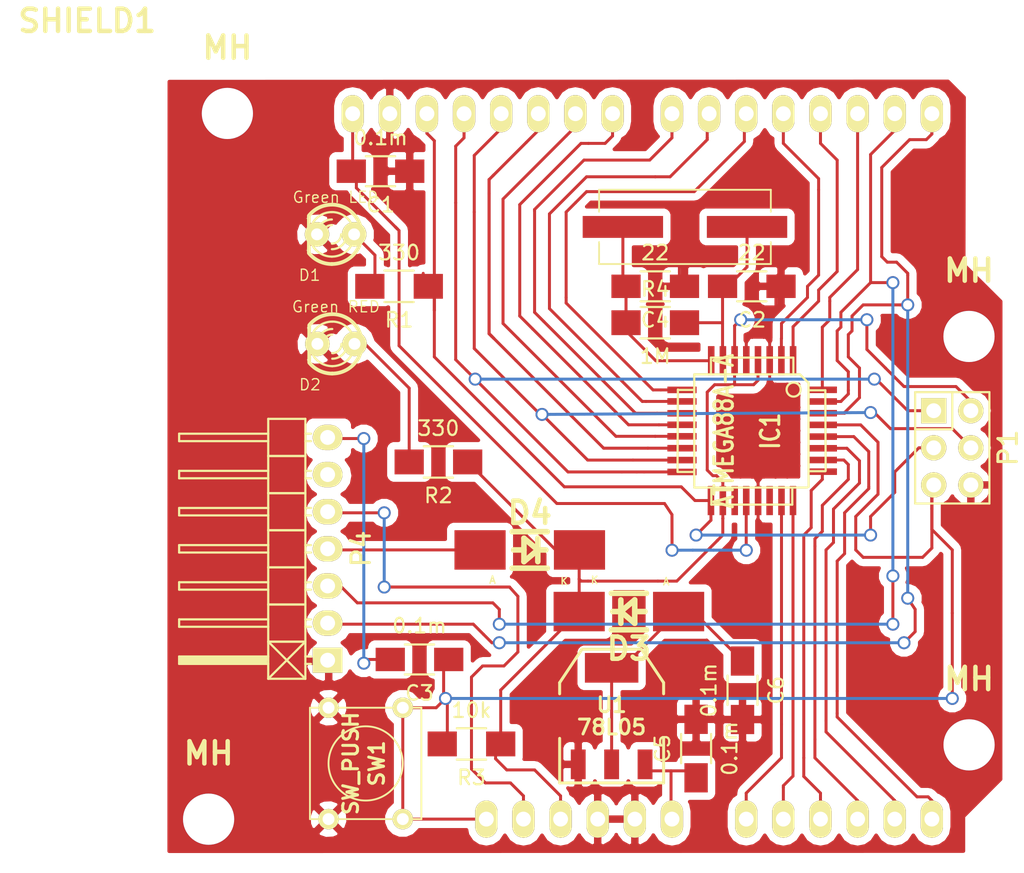
<source format=kicad_pcb>
(kicad_pcb (version 4) (host pcbnew "(2014-jul-16 BZR unknown)-product")

  (general
    (links 75)
    (no_connects 0)
    (area 0 0 0 0)
    (thickness 1.6002)
    (drawings 0)
    (tracks 445)
    (zones 0)
    (modules 25)
    (nets 34)
  )

  (page A4)
  (title_block
    (date "31 mar 2014")
  )

  (layers
    (0 Front signal)
    (31 Back signal)
    (32 B.Adhes user)
    (33 F.Adhes user)
    (34 B.Paste user)
    (35 F.Paste user)
    (36 B.SilkS user)
    (37 F.SilkS user)
    (38 B.Mask user)
    (39 F.Mask user)
    (40 Dwgs.User user)
    (41 Cmts.User user)
    (42 Eco1.User user)
    (43 Eco2.User user)
    (44 Edge.Cuts user)
  )

  (setup
    (last_trace_width 0.2032)
    (trace_clearance 0.254)
    (zone_clearance 0.508)
    (zone_45_only no)
    (trace_min 0.2032)
    (segment_width 0.381)
    (edge_width 0.381)
    (via_size 0.889)
    (via_drill 0.635)
    (via_min_size 0.889)
    (via_min_drill 0.508)
    (uvia_size 0.508)
    (uvia_drill 0.127)
    (uvias_allowed no)
    (uvia_min_size 0.508)
    (uvia_min_drill 0.127)
    (pcb_text_width 0.3048)
    (pcb_text_size 1.524 2.032)
    (mod_edge_width 0.381)
    (mod_text_size 1.524 1.524)
    (mod_text_width 0.3048)
    (pad_size 1.524 1.524)
    (pad_drill 0.8128)
    (pad_to_mask_clearance 0.254)
    (aux_axis_origin 0 0)
    (visible_elements FFFFFF7F)
    (pcbplotparams
      (layerselection 0x00030_80000001)
      (usegerberextensions true)
      (excludeedgelayer true)
      (linewidth 0.150000)
      (plotframeref false)
      (viasonmask false)
      (mode 1)
      (useauxorigin false)
      (hpglpennumber 1)
      (hpglpenspeed 20)
      (hpglpendiameter 15)
      (hpglpenoverlay 0)
      (psnegative false)
      (psa4output false)
      (plotreference true)
      (plotvalue true)
      (plotinvisibletext false)
      (padsonsilk false)
      (subtractmaskfromsilk false)
      (outputformat 1)
      (mirror false)
      (drillshape 1)
      (scaleselection 1)
      (outputdirectory ""))
  )

  (net 0 "")
  (net 1 +3.3V)
  (net 2 +5V)
  (net 3 /A0)
  (net 4 /A1)
  (net 5 /A2)
  (net 6 /A3)
  (net 7 /A4)
  (net 8 /A5)
  (net 9 /AREF)
  (net 10 /D10)
  (net 11 /D2)
  (net 12 /D3)
  (net 13 /D4)
  (net 14 /D5)
  (net 15 /D6)
  (net 16 /D7)
  (net 17 /D8)
  (net 18 /D9)
  (net 19 /DTR)
  (net 20 /MISO)
  (net 21 /MOSI)
  (net 22 /RESET)
  (net 23 /RX)
  (net 24 /SCK)
  (net 25 /TX)
  (net 26 /Vin)
  (net 27 GND)
  (net 28 "Net-(C2-Pad2)")
  (net 29 "Net-(C4-Pad2)")
  (net 30 "Net-(C6-Pad1)")
  (net 31 "Net-(D1-Pad1)")
  (net 32 "Net-(D2-Pad1)")
  (net 33 "Net-(D4-Pad1)")

  (net_class Default "This is the default net class."
    (clearance 0.254)
    (trace_width 0.2032)
    (via_dia 0.889)
    (via_drill 0.635)
    (uvia_dia 0.508)
    (uvia_drill 0.127)
    (add_net +3.3V)
    (add_net +5V)
    (add_net /A0)
    (add_net /A1)
    (add_net /A2)
    (add_net /A3)
    (add_net /A4)
    (add_net /A5)
    (add_net /AREF)
    (add_net /D10)
    (add_net /D2)
    (add_net /D3)
    (add_net /D4)
    (add_net /D5)
    (add_net /D6)
    (add_net /D7)
    (add_net /D8)
    (add_net /D9)
    (add_net /DTR)
    (add_net /MISO)
    (add_net /MOSI)
    (add_net /RESET)
    (add_net /RX)
    (add_net /SCK)
    (add_net /TX)
    (add_net /Vin)
    (add_net GND)
    (add_net "Net-(C2-Pad2)")
    (add_net "Net-(C4-Pad2)")
    (add_net "Net-(C6-Pad1)")
    (add_net "Net-(D1-Pad1)")
    (add_net "Net-(D2-Pad1)")
    (add_net "Net-(D4-Pad1)")
  )

  (module Capacitors_SMD:C_1206_HandSoldering (layer Front) (tedit 541A9C03) (tstamp 5453A4A2)
    (at 131.064 65.532 180)
    (descr "Capacitor SMD 1206, hand soldering")
    (tags "capacitor 1206")
    (path /5331718F)
    (attr smd)
    (fp_text reference C1 (at 0 -2.3 180) (layer F.SilkS)
      (effects (font (size 1 1) (thickness 0.15)))
    )
    (fp_text value 0.1m (at 0 2.3 180) (layer F.SilkS)
      (effects (font (size 1 1) (thickness 0.15)))
    )
    (fp_line (start -3.3 -1.15) (end 3.3 -1.15) (layer F.CrtYd) (width 0.05))
    (fp_line (start -3.3 1.15) (end 3.3 1.15) (layer F.CrtYd) (width 0.05))
    (fp_line (start -3.3 -1.15) (end -3.3 1.15) (layer F.CrtYd) (width 0.05))
    (fp_line (start 3.3 -1.15) (end 3.3 1.15) (layer F.CrtYd) (width 0.05))
    (fp_line (start 1 -1.025) (end -1 -1.025) (layer F.SilkS) (width 0.15))
    (fp_line (start -1 1.025) (end 1 1.025) (layer F.SilkS) (width 0.15))
    (pad 1 smd rect (at -2 0 180) (size 2 1.6) (layers Front F.Paste F.Mask)
      (net 27 GND))
    (pad 2 smd rect (at 2 0 180) (size 2 1.6) (layers Front F.Paste F.Mask)
      (net 9 /AREF))
    (model Capacitors_SMD/C_1206N.wrl
      (at (xyz 0 0 0))
      (scale (xyz 1 1 1))
      (rotate (xyz 0 0 0))
    )
  )

  (module Capacitors_SMD:C_1206_HandSoldering (layer Front) (tedit 541A9C03) (tstamp 5453A4AD)
    (at 156.464 73.406 180)
    (descr "Capacitor SMD 1206, hand soldering")
    (tags "capacitor 1206")
    (path /53316C9B)
    (attr smd)
    (fp_text reference C2 (at 0 -2.3 180) (layer F.SilkS)
      (effects (font (size 1 1) (thickness 0.15)))
    )
    (fp_text value 22 (at 0 2.3 180) (layer F.SilkS)
      (effects (font (size 1 1) (thickness 0.15)))
    )
    (fp_line (start -3.3 -1.15) (end 3.3 -1.15) (layer F.CrtYd) (width 0.05))
    (fp_line (start -3.3 1.15) (end 3.3 1.15) (layer F.CrtYd) (width 0.05))
    (fp_line (start -3.3 -1.15) (end -3.3 1.15) (layer F.CrtYd) (width 0.05))
    (fp_line (start 3.3 -1.15) (end 3.3 1.15) (layer F.CrtYd) (width 0.05))
    (fp_line (start 1 -1.025) (end -1 -1.025) (layer F.SilkS) (width 0.15))
    (fp_line (start -1 1.025) (end 1 1.025) (layer F.SilkS) (width 0.15))
    (pad 1 smd rect (at -2 0 180) (size 2 1.6) (layers Front F.Paste F.Mask)
      (net 27 GND))
    (pad 2 smd rect (at 2 0 180) (size 2 1.6) (layers Front F.Paste F.Mask)
      (net 28 "Net-(C2-Pad2)"))
    (model Capacitors_SMD/C_1206N.wrl
      (at (xyz 0 0 0))
      (scale (xyz 1 1 1))
      (rotate (xyz 0 0 0))
    )
  )

  (module Capacitors_SMD:C_1206_HandSoldering (layer Front) (tedit 541A9C03) (tstamp 5453A4B8)
    (at 133.731 98.933 180)
    (descr "Capacitor SMD 1206, hand soldering")
    (tags "capacitor 1206")
    (path /53316DBF)
    (attr smd)
    (fp_text reference C3 (at 0 -2.3 180) (layer F.SilkS)
      (effects (font (size 1 1) (thickness 0.15)))
    )
    (fp_text value 0.1m (at 0 2.3 180) (layer F.SilkS)
      (effects (font (size 1 1) (thickness 0.15)))
    )
    (fp_line (start -3.3 -1.15) (end 3.3 -1.15) (layer F.CrtYd) (width 0.05))
    (fp_line (start -3.3 1.15) (end 3.3 1.15) (layer F.CrtYd) (width 0.05))
    (fp_line (start -3.3 -1.15) (end -3.3 1.15) (layer F.CrtYd) (width 0.05))
    (fp_line (start 3.3 -1.15) (end 3.3 1.15) (layer F.CrtYd) (width 0.05))
    (fp_line (start 1 -1.025) (end -1 -1.025) (layer F.SilkS) (width 0.15))
    (fp_line (start -1 1.025) (end 1 1.025) (layer F.SilkS) (width 0.15))
    (pad 1 smd rect (at -2 0 180) (size 2 1.6) (layers Front F.Paste F.Mask)
      (net 22 /RESET))
    (pad 2 smd rect (at 2 0 180) (size 2 1.6) (layers Front F.Paste F.Mask)
      (net 19 /DTR))
    (model Capacitors_SMD/C_1206N.wrl
      (at (xyz 0 0 0))
      (scale (xyz 1 1 1))
      (rotate (xyz 0 0 0))
    )
  )

  (module Capacitors_SMD:C_1206_HandSoldering (layer Front) (tedit 541A9C03) (tstamp 5453A4C3)
    (at 149.86 73.406 180)
    (descr "Capacitor SMD 1206, hand soldering")
    (tags "capacitor 1206")
    (path /53316C9F)
    (attr smd)
    (fp_text reference C4 (at 0 -2.3 180) (layer F.SilkS)
      (effects (font (size 1 1) (thickness 0.15)))
    )
    (fp_text value 22 (at 0 2.3 180) (layer F.SilkS)
      (effects (font (size 1 1) (thickness 0.15)))
    )
    (fp_line (start -3.3 -1.15) (end 3.3 -1.15) (layer F.CrtYd) (width 0.05))
    (fp_line (start -3.3 1.15) (end 3.3 1.15) (layer F.CrtYd) (width 0.05))
    (fp_line (start -3.3 -1.15) (end -3.3 1.15) (layer F.CrtYd) (width 0.05))
    (fp_line (start 3.3 -1.15) (end 3.3 1.15) (layer F.CrtYd) (width 0.05))
    (fp_line (start 1 -1.025) (end -1 -1.025) (layer F.SilkS) (width 0.15))
    (fp_line (start -1 1.025) (end 1 1.025) (layer F.SilkS) (width 0.15))
    (pad 1 smd rect (at -2 0 180) (size 2 1.6) (layers Front F.Paste F.Mask)
      (net 27 GND))
    (pad 2 smd rect (at 2 0 180) (size 2 1.6) (layers Front F.Paste F.Mask)
      (net 29 "Net-(C4-Pad2)"))
    (model Capacitors_SMD/C_1206N.wrl
      (at (xyz 0 0 0))
      (scale (xyz 1 1 1))
      (rotate (xyz 0 0 0))
    )
  )

  (module Capacitors_SMD:C_1206_HandSoldering (layer Front) (tedit 541A9C03) (tstamp 5453A4CE)
    (at 152.654 105.029 90)
    (descr "Capacitor SMD 1206, hand soldering")
    (tags "capacitor 1206")
    (path /5335A581)
    (attr smd)
    (fp_text reference C5 (at 0 -2.3 90) (layer F.SilkS)
      (effects (font (size 1 1) (thickness 0.15)))
    )
    (fp_text value 0.1m (at 0 2.3 90) (layer F.SilkS)
      (effects (font (size 1 1) (thickness 0.15)))
    )
    (fp_line (start -3.3 -1.15) (end 3.3 -1.15) (layer F.CrtYd) (width 0.05))
    (fp_line (start -3.3 1.15) (end 3.3 1.15) (layer F.CrtYd) (width 0.05))
    (fp_line (start -3.3 -1.15) (end -3.3 1.15) (layer F.CrtYd) (width 0.05))
    (fp_line (start 3.3 -1.15) (end 3.3 1.15) (layer F.CrtYd) (width 0.05))
    (fp_line (start 1 -1.025) (end -1 -1.025) (layer F.SilkS) (width 0.15))
    (fp_line (start -1 1.025) (end 1 1.025) (layer F.SilkS) (width 0.15))
    (pad 1 smd rect (at -2 0 90) (size 2 1.6) (layers Front F.Paste F.Mask)
      (net 26 /Vin))
    (pad 2 smd rect (at 2 0 90) (size 2 1.6) (layers Front F.Paste F.Mask)
      (net 27 GND))
    (model Capacitors_SMD/C_1206N.wrl
      (at (xyz 0 0 0))
      (scale (xyz 1 1 1))
      (rotate (xyz 0 0 0))
    )
  )

  (module Capacitors_SMD:C_1206_HandSoldering (layer Front) (tedit 541A9C03) (tstamp 5453A4D9)
    (at 155.829 101.0412 270)
    (descr "Capacitor SMD 1206, hand soldering")
    (tags "capacitor 1206")
    (path /5335A584)
    (attr smd)
    (fp_text reference C6 (at 0 -2.3 270) (layer F.SilkS)
      (effects (font (size 1 1) (thickness 0.15)))
    )
    (fp_text value 0.1m (at 0 2.3 270) (layer F.SilkS)
      (effects (font (size 1 1) (thickness 0.15)))
    )
    (fp_line (start -3.3 -1.15) (end 3.3 -1.15) (layer F.CrtYd) (width 0.05))
    (fp_line (start -3.3 1.15) (end 3.3 1.15) (layer F.CrtYd) (width 0.05))
    (fp_line (start -3.3 -1.15) (end -3.3 1.15) (layer F.CrtYd) (width 0.05))
    (fp_line (start 3.3 -1.15) (end 3.3 1.15) (layer F.CrtYd) (width 0.05))
    (fp_line (start 1 -1.025) (end -1 -1.025) (layer F.SilkS) (width 0.15))
    (fp_line (start -1 1.025) (end 1 1.025) (layer F.SilkS) (width 0.15))
    (pad 1 smd rect (at -2 0 270) (size 2 1.6) (layers Front F.Paste F.Mask)
      (net 30 "Net-(C6-Pad1)"))
    (pad 2 smd rect (at 2 0 270) (size 2 1.6) (layers Front F.Paste F.Mask)
      (net 27 GND))
    (model Capacitors_SMD/C_1206N.wrl
      (at (xyz 0 0 0))
      (scale (xyz 1 1 1))
      (rotate (xyz 0 0 0))
    )
  )

  (module LEDs:LED-3MM (layer Front) (tedit 5453A3DD) (tstamp 5453A4E4)
    (at 127.9906 69.85 180)
    (descr "LED 3mm - Lead pitch 100mil (2,54mm)")
    (tags "LED led 3mm 3MM 100mil 2,54mm")
    (path /53317FC2)
    (fp_text reference D1 (at 1.778 -2.794 180) (layer F.SilkS)
      (effects (font (size 0.762 0.762) (thickness 0.0889)))
    )
    (fp_text value "Green LED" (at 0 2.54 180) (layer F.SilkS)
      (effects (font (size 0.762 0.762) (thickness 0.0889)))
    )
    (fp_line (start 1.8288 1.27) (end 1.8288 -1.27) (layer F.SilkS) (width 0.254))
    (fp_arc (start 0.254 0) (end -1.27 0) (angle 39.8) (layer F.SilkS) (width 0.1524))
    (fp_arc (start 0.254 0) (end -0.88392 1.01092) (angle 41.6) (layer F.SilkS) (width 0.1524))
    (fp_arc (start 0.254 0) (end 1.4097 -0.9906) (angle 40.6) (layer F.SilkS) (width 0.1524))
    (fp_arc (start 0.254 0) (end 1.778 0) (angle 39.8) (layer F.SilkS) (width 0.1524))
    (fp_arc (start 0.254 0) (end 0.254 -1.524) (angle 54.4) (layer F.SilkS) (width 0.1524))
    (fp_arc (start 0.254 0) (end -0.9652 -0.9144) (angle 53.1) (layer F.SilkS) (width 0.1524))
    (fp_arc (start 0.254 0) (end 1.45542 0.93472) (angle 52.1) (layer F.SilkS) (width 0.1524))
    (fp_arc (start 0.254 0) (end 0.254 1.524) (angle 52.1) (layer F.SilkS) (width 0.1524))
    (fp_arc (start 0.254 0) (end -0.381 0) (angle 90) (layer F.SilkS) (width 0.1524))
    (fp_arc (start 0.254 0) (end -0.762 0) (angle 90) (layer F.SilkS) (width 0.1524))
    (fp_arc (start 0.254 0) (end 0.889 0) (angle 90) (layer F.SilkS) (width 0.1524))
    (fp_arc (start 0.254 0) (end 1.27 0) (angle 90) (layer F.SilkS) (width 0.1524))
    (fp_arc (start 0.254 0) (end 0.254 -2.032) (angle 50.1) (layer F.SilkS) (width 0.254))
    (fp_arc (start 0.254 0) (end -1.5367 -0.95504) (angle 61.9) (layer F.SilkS) (width 0.254))
    (fp_arc (start 0.254 0) (end 1.8034 1.31064) (angle 49.7) (layer F.SilkS) (width 0.254))
    (fp_arc (start 0.254 0) (end 0.254 2.032) (angle 60.2) (layer F.SilkS) (width 0.254))
    (fp_arc (start 0.254 0) (end -1.778 0) (angle 28.3) (layer F.SilkS) (width 0.254))
    (fp_arc (start 0.254 0) (end -1.47574 1.06426) (angle 31.6) (layer F.SilkS) (width 0.254))
    (pad 1 thru_hole circle (at -1.27 0 180) (size 1.6764 1.6764) (drill 0.8128) (layers *.Cu *.Mask F.SilkS)
      (net 31 "Net-(D1-Pad1)"))
    (pad 2 thru_hole circle (at 1.27 0 180) (size 1.6764 1.6764) (drill 0.8128) (layers *.Cu *.Mask F.SilkS)
      (net 27 GND))
    (model discret/leds/led3_vertical_verde.wrl
      (at (xyz 0 0 0))
      (scale (xyz 1 1 1))
      (rotate (xyz 0 0 0))
    )
  )

  (module LEDs:LED-3MM (layer Front) (tedit 5453A3DD) (tstamp 5453A4FC)
    (at 128.016 77.343 180)
    (descr "LED 3mm - Lead pitch 100mil (2,54mm)")
    (tags "LED led 3mm 3MM 100mil 2,54mm")
    (path /53318026)
    (fp_text reference D2 (at 1.778 -2.794 180) (layer F.SilkS)
      (effects (font (size 0.762 0.762) (thickness 0.0889)))
    )
    (fp_text value "Green RED" (at 0 2.54 180) (layer F.SilkS)
      (effects (font (size 0.762 0.762) (thickness 0.0889)))
    )
    (fp_line (start 1.8288 1.27) (end 1.8288 -1.27) (layer F.SilkS) (width 0.254))
    (fp_arc (start 0.254 0) (end -1.27 0) (angle 39.8) (layer F.SilkS) (width 0.1524))
    (fp_arc (start 0.254 0) (end -0.88392 1.01092) (angle 41.6) (layer F.SilkS) (width 0.1524))
    (fp_arc (start 0.254 0) (end 1.4097 -0.9906) (angle 40.6) (layer F.SilkS) (width 0.1524))
    (fp_arc (start 0.254 0) (end 1.778 0) (angle 39.8) (layer F.SilkS) (width 0.1524))
    (fp_arc (start 0.254 0) (end 0.254 -1.524) (angle 54.4) (layer F.SilkS) (width 0.1524))
    (fp_arc (start 0.254 0) (end -0.9652 -0.9144) (angle 53.1) (layer F.SilkS) (width 0.1524))
    (fp_arc (start 0.254 0) (end 1.45542 0.93472) (angle 52.1) (layer F.SilkS) (width 0.1524))
    (fp_arc (start 0.254 0) (end 0.254 1.524) (angle 52.1) (layer F.SilkS) (width 0.1524))
    (fp_arc (start 0.254 0) (end -0.381 0) (angle 90) (layer F.SilkS) (width 0.1524))
    (fp_arc (start 0.254 0) (end -0.762 0) (angle 90) (layer F.SilkS) (width 0.1524))
    (fp_arc (start 0.254 0) (end 0.889 0) (angle 90) (layer F.SilkS) (width 0.1524))
    (fp_arc (start 0.254 0) (end 1.27 0) (angle 90) (layer F.SilkS) (width 0.1524))
    (fp_arc (start 0.254 0) (end 0.254 -2.032) (angle 50.1) (layer F.SilkS) (width 0.254))
    (fp_arc (start 0.254 0) (end -1.5367 -0.95504) (angle 61.9) (layer F.SilkS) (width 0.254))
    (fp_arc (start 0.254 0) (end 1.8034 1.31064) (angle 49.7) (layer F.SilkS) (width 0.254))
    (fp_arc (start 0.254 0) (end 0.254 2.032) (angle 60.2) (layer F.SilkS) (width 0.254))
    (fp_arc (start 0.254 0) (end -1.778 0) (angle 28.3) (layer F.SilkS) (width 0.254))
    (fp_arc (start 0.254 0) (end -1.47574 1.06426) (angle 31.6) (layer F.SilkS) (width 0.254))
    (pad 1 thru_hole circle (at -1.27 0 180) (size 1.6764 1.6764) (drill 0.8128) (layers *.Cu *.Mask F.SilkS)
      (net 32 "Net-(D2-Pad1)"))
    (pad 2 thru_hole circle (at 1.27 0 180) (size 1.6764 1.6764) (drill 0.8128) (layers *.Cu *.Mask F.SilkS)
      (net 27 GND))
    (model discret/leds/led3_vertical_verde.wrl
      (at (xyz 0 0 0))
      (scale (xyz 1 1 1))
      (rotate (xyz 0 0 0))
    )
  )

  (module Diodes_SMD:Diode-MELF_Handsoldering (layer Front) (tedit 5453A3DE) (tstamp 5453A514)
    (at 148.0566 95.6564 180)
    (descr "Diode MELF Handsoldering")
    (tags "Diode MELF Handsoldering")
    (path /5335B1E9)
    (attr smd)
    (fp_text reference D3 (at 0 -2.54 180) (layer F.SilkS)
      (effects (font (thickness 0.3048)))
    )
    (fp_text value 1N4148 (at 0 3.81 180) (layer F.SilkS) hide
      (effects (font (thickness 0.3048)))
    )
    (fp_line (start -0.39878 0) (end -1.09982 0) (layer F.SilkS) (width 0.381))
    (fp_line (start 0.55118 0) (end 1.09982 0) (layer F.SilkS) (width 0.381))
    (fp_line (start 0.55118 0) (end 0.55118 0.8001) (layer F.SilkS) (width 0.381))
    (fp_line (start 0.55118 0) (end 0.55118 -0.8001) (layer F.SilkS) (width 0.381))
    (fp_line (start 0.55118 0) (end -0.39878 -0.8001) (layer F.SilkS) (width 0.381))
    (fp_line (start -0.39878 -0.8001) (end -0.39878 0.8001) (layer F.SilkS) (width 0.381))
    (fp_line (start -0.39878 0.8001) (end 0.55118 0) (layer F.SilkS) (width 0.381))
    (fp_text user A (at -2.55016 2.04978 180) (layer F.SilkS)
      (effects (font (size 0.50038 0.50038) (thickness 0.09906)))
    )
    (fp_text user K (at 2.3495 2.14884 180) (layer F.SilkS)
      (effects (font (size 0.50038 0.50038) (thickness 0.09906)))
    )
    (fp_line (start -1.09982 -1.24968) (end -1.19888 -1.24968) (layer F.SilkS) (width 0.381))
    (fp_line (start -1.09982 1.24968) (end -1.19888 1.24968) (layer F.SilkS) (width 0.381))
    (fp_line (start 1.19888 -1.24968) (end -1.15062 -1.24968) (layer F.SilkS) (width 0.381))
    (fp_line (start 1.19888 1.24968) (end -1.04902 1.24968) (layer F.SilkS) (width 0.381))
    (pad 1 smd rect (at -3.40106 0 180) (size 3.50012 2.70002) (layers Front F.Paste F.Mask)
      (net 30 "Net-(C6-Pad1)"))
    (pad 2 smd rect (at 3.40106 0 180) (size 3.50012 2.70002) (layers Front F.Paste F.Mask)
      (net 2 +5V))
    (model Diodes_SMD/Diode-MELF.wrl
      (at (xyz 0 0 0))
      (scale (xyz 0.3937 0.3937 0.3937))
      (rotate (xyz 0 0 0))
    )
  )

  (module Diodes_SMD:Diode-MELF_Handsoldering (layer Front) (tedit 5453A3DE) (tstamp 5453A526)
    (at 141.2748 91.44)
    (descr "Diode MELF Handsoldering")
    (tags "Diode MELF Handsoldering")
    (path /5335A8D7)
    (attr smd)
    (fp_text reference D4 (at 0 -2.54) (layer F.SilkS)
      (effects (font (thickness 0.3048)))
    )
    (fp_text value 1N4148 (at 0 3.81) (layer F.SilkS) hide
      (effects (font (thickness 0.3048)))
    )
    (fp_line (start -0.39878 0) (end -1.09982 0) (layer F.SilkS) (width 0.381))
    (fp_line (start 0.55118 0) (end 1.09982 0) (layer F.SilkS) (width 0.381))
    (fp_line (start 0.55118 0) (end 0.55118 0.8001) (layer F.SilkS) (width 0.381))
    (fp_line (start 0.55118 0) (end 0.55118 -0.8001) (layer F.SilkS) (width 0.381))
    (fp_line (start 0.55118 0) (end -0.39878 -0.8001) (layer F.SilkS) (width 0.381))
    (fp_line (start -0.39878 -0.8001) (end -0.39878 0.8001) (layer F.SilkS) (width 0.381))
    (fp_line (start -0.39878 0.8001) (end 0.55118 0) (layer F.SilkS) (width 0.381))
    (fp_text user A (at -2.55016 2.04978) (layer F.SilkS)
      (effects (font (size 0.50038 0.50038) (thickness 0.09906)))
    )
    (fp_text user K (at 2.3495 2.14884) (layer F.SilkS)
      (effects (font (size 0.50038 0.50038) (thickness 0.09906)))
    )
    (fp_line (start -1.09982 -1.24968) (end -1.19888 -1.24968) (layer F.SilkS) (width 0.381))
    (fp_line (start -1.09982 1.24968) (end -1.19888 1.24968) (layer F.SilkS) (width 0.381))
    (fp_line (start 1.19888 -1.24968) (end -1.15062 -1.24968) (layer F.SilkS) (width 0.381))
    (fp_line (start 1.19888 1.24968) (end -1.04902 1.24968) (layer F.SilkS) (width 0.381))
    (pad 1 smd rect (at -3.40106 0) (size 3.50012 2.70002) (layers Front F.Paste F.Mask)
      (net 33 "Net-(D4-Pad1)"))
    (pad 2 smd rect (at 3.40106 0) (size 3.50012 2.70002) (layers Front F.Paste F.Mask)
      (net 2 +5V))
    (model Diodes_SMD/Diode-MELF.wrl
      (at (xyz 0 0 0))
      (scale (xyz 0.3937 0.3937 0.3937))
      (rotate (xyz 0 0 0))
    )
  )

  (module SMD_Packages:TQFP-32 (layer Front) (tedit 5453A3DB) (tstamp 5453A538)
    (at 156.464 83.312 270)
    (path /53316A2F)
    (fp_text reference IC1 (at 0 -1.27 270) (layer F.SilkS)
      (effects (font (size 1.27 1.016) (thickness 0.2032)))
    )
    (fp_text value ATMEGA88A-A (at 0 1.905 270) (layer F.SilkS)
      (effects (font (size 1.27 1.016) (thickness 0.2032)))
    )
    (fp_line (start 5.0292 2.7686) (end 3.8862 2.7686) (layer F.SilkS) (width 0.1524))
    (fp_line (start 5.0292 -2.7686) (end 3.9116 -2.7686) (layer F.SilkS) (width 0.1524))
    (fp_line (start 5.0292 2.7686) (end 5.0292 -2.7686) (layer F.SilkS) (width 0.1524))
    (fp_line (start 2.794 3.9624) (end 2.794 5.0546) (layer F.SilkS) (width 0.1524))
    (fp_line (start -2.8194 3.9878) (end -2.8194 5.0546) (layer F.SilkS) (width 0.1524))
    (fp_line (start -2.8448 5.0546) (end 2.794 5.08) (layer F.SilkS) (width 0.1524))
    (fp_line (start -2.794 -5.0292) (end 2.7178 -5.0546) (layer F.SilkS) (width 0.1524))
    (fp_line (start -3.8862 -3.2766) (end -3.8862 3.9116) (layer F.SilkS) (width 0.1524))
    (fp_line (start 2.7432 -5.0292) (end 2.7432 -3.9878) (layer F.SilkS) (width 0.1524))
    (fp_line (start -3.2512 -3.8862) (end 3.81 -3.8862) (layer F.SilkS) (width 0.1524))
    (fp_line (start 3.8608 3.937) (end 3.8608 -3.7846) (layer F.SilkS) (width 0.1524))
    (fp_line (start -3.8862 3.937) (end 3.7338 3.937) (layer F.SilkS) (width 0.1524))
    (fp_line (start -5.0292 -2.8448) (end -5.0292 2.794) (layer F.SilkS) (width 0.1524))
    (fp_line (start -5.0292 2.794) (end -3.8862 2.794) (layer F.SilkS) (width 0.1524))
    (fp_line (start -3.87604 -3.302) (end -3.29184 -3.8862) (layer F.SilkS) (width 0.1524))
    (fp_line (start -5.02412 -2.8448) (end -3.87604 -2.8448) (layer F.SilkS) (width 0.1524))
    (fp_line (start -2.794 -3.8862) (end -2.794 -5.03428) (layer F.SilkS) (width 0.1524))
    (fp_circle (center -2.83972 -2.86004) (end -2.43332 -2.60604) (layer F.SilkS) (width 0.1524))
    (pad 8 smd rect (at -4.81584 2.77622 270) (size 1.99898 0.44958) (layers Front F.Paste F.Mask)
      (net 29 "Net-(C4-Pad2)"))
    (pad 7 smd rect (at -4.81584 1.97612 270) (size 1.99898 0.44958) (layers Front F.Paste F.Mask)
      (net 28 "Net-(C2-Pad2)"))
    (pad 6 smd rect (at -4.81584 1.17602 270) (size 1.99898 0.44958) (layers Front F.Paste F.Mask)
      (net 2 +5V))
    (pad 5 smd rect (at -4.81584 0.37592 270) (size 1.99898 0.44958) (layers Front F.Paste F.Mask)
      (net 27 GND))
    (pad 4 smd rect (at -4.81584 -0.42418 270) (size 1.99898 0.44958) (layers Front F.Paste F.Mask)
      (net 2 +5V))
    (pad 3 smd rect (at -4.81584 -1.22428 270) (size 1.99898 0.44958) (layers Front F.Paste F.Mask)
      (net 27 GND))
    (pad 2 smd rect (at -4.81584 -2.02438 270) (size 1.99898 0.44958) (layers Front F.Paste F.Mask)
      (net 13 /D4))
    (pad 1 smd rect (at -4.81584 -2.82448 270) (size 1.99898 0.44958) (layers Front F.Paste F.Mask)
      (net 12 /D3))
    (pad 24 smd rect (at 4.7498 -2.8194 270) (size 1.99898 0.44958) (layers Front F.Paste F.Mask)
      (net 4 /A1))
    (pad 17 smd rect (at 4.7498 2.794 270) (size 1.99898 0.44958) (layers Front F.Paste F.Mask)
      (net 24 /SCK))
    (pad 18 smd rect (at 4.7498 1.9812 270) (size 1.99898 0.44958) (layers Front F.Paste F.Mask)
      (net 2 +5V))
    (pad 19 smd rect (at 4.7498 1.1684 270) (size 1.99898 0.44958) (layers Front F.Paste F.Mask))
    (pad 20 smd rect (at 4.7498 0.381 270) (size 1.99898 0.44958) (layers Front F.Paste F.Mask)
      (net 9 /AREF))
    (pad 21 smd rect (at 4.7498 -0.4318 270) (size 1.99898 0.44958) (layers Front F.Paste F.Mask)
      (net 27 GND))
    (pad 22 smd rect (at 4.7498 -1.2192 270) (size 1.99898 0.44958) (layers Front F.Paste F.Mask))
    (pad 23 smd rect (at 4.7498 -2.032 270) (size 1.99898 0.44958) (layers Front F.Paste F.Mask)
      (net 3 /A0))
    (pad 32 smd rect (at -2.82448 -4.826 270) (size 0.44958 1.99898) (layers Front F.Paste F.Mask)
      (net 11 /D2))
    (pad 31 smd rect (at -2.02692 -4.826 270) (size 0.44958 1.99898) (layers Front F.Paste F.Mask)
      (net 25 /TX))
    (pad 30 smd rect (at -1.22428 -4.826 270) (size 0.44958 1.99898) (layers Front F.Paste F.Mask)
      (net 23 /RX))
    (pad 29 smd rect (at -0.42672 -4.826 270) (size 0.44958 1.99898) (layers Front F.Paste F.Mask)
      (net 22 /RESET))
    (pad 28 smd rect (at 0.37592 -4.826 270) (size 0.44958 1.99898) (layers Front F.Paste F.Mask)
      (net 8 /A5))
    (pad 27 smd rect (at 1.17348 -4.826 270) (size 0.44958 1.99898) (layers Front F.Paste F.Mask)
      (net 7 /A4))
    (pad 26 smd rect (at 1.97612 -4.826 270) (size 0.44958 1.99898) (layers Front F.Paste F.Mask)
      (net 6 /A3))
    (pad 25 smd rect (at 2.77368 -4.826 270) (size 0.44958 1.99898) (layers Front F.Paste F.Mask)
      (net 5 /A2))
    (pad 9 smd rect (at -2.8194 4.7752 270) (size 0.44958 1.99898) (layers Front F.Paste F.Mask)
      (net 14 /D5))
    (pad 10 smd rect (at -2.032 4.7752 270) (size 0.44958 1.99898) (layers Front F.Paste F.Mask)
      (net 15 /D6))
    (pad 11 smd rect (at -1.2192 4.7752 270) (size 0.44958 1.99898) (layers Front F.Paste F.Mask)
      (net 16 /D7))
    (pad 12 smd rect (at -0.4318 4.7752 270) (size 0.44958 1.99898) (layers Front F.Paste F.Mask)
      (net 17 /D8))
    (pad 13 smd rect (at 0.3556 4.7752 270) (size 0.44958 1.99898) (layers Front F.Paste F.Mask)
      (net 18 /D9))
    (pad 14 smd rect (at 1.1684 4.7752 270) (size 0.44958 1.99898) (layers Front F.Paste F.Mask)
      (net 10 /D10))
    (pad 15 smd rect (at 1.9812 4.7752 270) (size 0.44958 1.99898) (layers Front F.Paste F.Mask)
      (net 21 /MOSI))
    (pad 16 smd rect (at 2.794 4.7752 270) (size 0.44958 1.99898) (layers Front F.Paste F.Mask)
      (net 20 /MISO))
    (model smd/tqfp32.wrl
      (at (xyz 0 0 0))
      (scale (xyz 1 1 1))
      (rotate (xyz 0 0 0))
    )
  )

  (module Pin_Headers:Pin_Header_Straight_2x03 (layer Front) (tedit 5453A3DD) (tstamp 5453A56D)
    (at 170.18 84.455 270)
    (descr "Through hole pin header")
    (tags "pin header")
    (path /53318F84)
    (fp_text reference P1 (at 0 -3.81 270) (layer F.SilkS)
      (effects (font (size 1.27 1.27) (thickness 0.2032)))
    )
    (fp_text value CONN_6 (at 0 0 270) (layer F.SilkS) hide
      (effects (font (size 1.27 1.27) (thickness 0.2032)))
    )
    (fp_line (start -3.81 0) (end -1.27 0) (layer F.SilkS) (width 0.15))
    (fp_line (start -1.27 0) (end -1.27 2.54) (layer F.SilkS) (width 0.15))
    (fp_line (start -3.81 2.54) (end 3.81 2.54) (layer F.SilkS) (width 0.15))
    (fp_line (start 3.81 2.54) (end 3.81 -2.54) (layer F.SilkS) (width 0.15))
    (fp_line (start 3.81 -2.54) (end -1.27 -2.54) (layer F.SilkS) (width 0.15))
    (fp_line (start -3.81 2.54) (end -3.81 0) (layer F.SilkS) (width 0.15))
    (fp_line (start -3.81 -2.54) (end -3.81 0) (layer F.SilkS) (width 0.15))
    (fp_line (start -1.27 -2.54) (end -3.81 -2.54) (layer F.SilkS) (width 0.15))
    (pad 1 thru_hole rect (at -2.54 1.27 270) (size 1.7272 1.7272) (drill 1.016) (layers *.Cu *.Mask F.SilkS)
      (net 20 /MISO))
    (pad 2 thru_hole oval (at -2.54 -1.27 270) (size 1.7272 1.7272) (drill 1.016) (layers *.Cu *.Mask F.SilkS)
      (net 2 +5V))
    (pad 3 thru_hole oval (at 0 1.27 270) (size 1.7272 1.7272) (drill 1.016) (layers *.Cu *.Mask F.SilkS)
      (net 24 /SCK))
    (pad 4 thru_hole oval (at 0 -1.27 270) (size 1.7272 1.7272) (drill 1.016) (layers *.Cu *.Mask F.SilkS)
      (net 21 /MOSI))
    (pad 5 thru_hole oval (at 2.54 1.27 270) (size 1.7272 1.7272) (drill 1.016) (layers *.Cu *.Mask F.SilkS)
      (net 22 /RESET))
    (pad 6 thru_hole oval (at 2.54 -1.27 270) (size 1.7272 1.7272) (drill 1.016) (layers *.Cu *.Mask F.SilkS)
      (net 27 GND))
    (model Pin_Headers/Pin_Header_Straight_2x03.wrl
      (at (xyz 0 0 0))
      (scale (xyz 1 1 1))
      (rotate (xyz 0 0 0))
    )
  )

  (module Pin_Headers:Pin_Header_Angled_1x07 (layer Front) (tedit 5453A3DD) (tstamp 5453A57E)
    (at 127.44704 91.3638 90)
    (descr "Through hole pin header")
    (tags "pin header")
    (path /533174DE)
    (fp_text reference P4 (at 0 2.286 90) (layer F.SilkS)
      (effects (font (size 1.27 1.27) (thickness 0.2032)))
    )
    (fp_text value CONN_7 (at 0 0 90) (layer F.SilkS) hide
      (effects (font (size 1.27 1.27) (thickness 0.2032)))
    )
    (fp_line (start -6.35 -4.064) (end -8.89 -1.524) (layer F.SilkS) (width 0.15))
    (fp_line (start -8.89 -4.064) (end -6.35 -1.524) (layer F.SilkS) (width 0.15))
    (fp_line (start -7.747 -4.191) (end -7.747 -10.033) (layer F.SilkS) (width 0.15))
    (fp_line (start -7.747 -10.033) (end -7.493 -10.033) (layer F.SilkS) (width 0.15))
    (fp_line (start -7.493 -10.033) (end -7.493 -4.191) (layer F.SilkS) (width 0.15))
    (fp_line (start -7.493 -4.191) (end -7.62 -4.191) (layer F.SilkS) (width 0.15))
    (fp_line (start -7.62 -4.191) (end -7.62 -10.033) (layer F.SilkS) (width 0.15))
    (fp_line (start -7.874 -1.524) (end -7.874 -1.143) (layer F.SilkS) (width 0.15))
    (fp_line (start -7.366 -1.524) (end -7.366 -1.143) (layer F.SilkS) (width 0.15))
    (fp_line (start -5.334 -1.524) (end -5.334 -1.143) (layer F.SilkS) (width 0.15))
    (fp_line (start -4.826 -1.524) (end -4.826 -1.143) (layer F.SilkS) (width 0.15))
    (fp_line (start -2.794 -1.524) (end -2.794 -1.143) (layer F.SilkS) (width 0.15))
    (fp_line (start -2.286 -1.524) (end -2.286 -1.143) (layer F.SilkS) (width 0.15))
    (fp_line (start -0.254 -1.524) (end -0.254 -1.143) (layer F.SilkS) (width 0.15))
    (fp_line (start 0.254 -1.524) (end 0.254 -1.143) (layer F.SilkS) (width 0.15))
    (fp_line (start 7.874 -1.524) (end 7.874 -1.143) (layer F.SilkS) (width 0.15))
    (fp_line (start 7.366 -1.524) (end 7.366 -1.143) (layer F.SilkS) (width 0.15))
    (fp_line (start 5.334 -1.524) (end 5.334 -1.143) (layer F.SilkS) (width 0.15))
    (fp_line (start 4.826 -1.524) (end 4.826 -1.143) (layer F.SilkS) (width 0.15))
    (fp_line (start 2.794 -1.524) (end 2.794 -1.143) (layer F.SilkS) (width 0.15))
    (fp_line (start 2.286 -1.524) (end 2.286 -1.143) (layer F.SilkS) (width 0.15))
    (fp_line (start -6.35 -4.064) (end -8.89 -4.064) (layer F.SilkS) (width 0.15))
    (fp_line (start -7.366 -10.16) (end -7.366 -4.064) (layer F.SilkS) (width 0.15))
    (fp_line (start -7.874 -10.16) (end -7.366 -10.16) (layer F.SilkS) (width 0.15))
    (fp_line (start -7.874 -4.064) (end -7.874 -10.16) (layer F.SilkS) (width 0.15))
    (fp_line (start -6.35 -1.524) (end -6.35 -4.064) (layer F.SilkS) (width 0.15))
    (fp_line (start -8.89 -1.524) (end -6.35 -1.524) (layer F.SilkS) (width 0.15))
    (fp_line (start -8.89 -1.524) (end -8.89 -4.064) (layer F.SilkS) (width 0.15))
    (fp_line (start -3.81 -1.524) (end -3.81 -4.064) (layer F.SilkS) (width 0.15))
    (fp_line (start -3.81 -1.524) (end -1.27 -1.524) (layer F.SilkS) (width 0.15))
    (fp_line (start -1.27 -1.524) (end -1.27 -4.064) (layer F.SilkS) (width 0.15))
    (fp_line (start -2.794 -4.064) (end -2.794 -10.16) (layer F.SilkS) (width 0.15))
    (fp_line (start -2.794 -10.16) (end -2.286 -10.16) (layer F.SilkS) (width 0.15))
    (fp_line (start -2.286 -10.16) (end -2.286 -4.064) (layer F.SilkS) (width 0.15))
    (fp_line (start -1.27 -4.064) (end -3.81 -4.064) (layer F.SilkS) (width 0.15))
    (fp_line (start -3.81 -4.064) (end -6.35 -4.064) (layer F.SilkS) (width 0.15))
    (fp_line (start -4.826 -10.16) (end -4.826 -4.064) (layer F.SilkS) (width 0.15))
    (fp_line (start -5.334 -10.16) (end -4.826 -10.16) (layer F.SilkS) (width 0.15))
    (fp_line (start -5.334 -4.064) (end -5.334 -10.16) (layer F.SilkS) (width 0.15))
    (fp_line (start -3.81 -1.524) (end -3.81 -4.064) (layer F.SilkS) (width 0.15))
    (fp_line (start -6.35 -1.524) (end -3.81 -1.524) (layer F.SilkS) (width 0.15))
    (fp_line (start -6.35 -1.524) (end -6.35 -4.064) (layer F.SilkS) (width 0.15))
    (fp_line (start 3.81 -1.524) (end 3.81 -4.064) (layer F.SilkS) (width 0.15))
    (fp_line (start 3.81 -1.524) (end 6.35 -1.524) (layer F.SilkS) (width 0.15))
    (fp_line (start 6.35 -1.524) (end 6.35 -4.064) (layer F.SilkS) (width 0.15))
    (fp_line (start 4.826 -4.064) (end 4.826 -10.16) (layer F.SilkS) (width 0.15))
    (fp_line (start 4.826 -10.16) (end 5.334 -10.16) (layer F.SilkS) (width 0.15))
    (fp_line (start 5.334 -10.16) (end 5.334 -4.064) (layer F.SilkS) (width 0.15))
    (fp_line (start 6.35 -4.064) (end 3.81 -4.064) (layer F.SilkS) (width 0.15))
    (fp_line (start 8.89 -4.064) (end 6.35 -4.064) (layer F.SilkS) (width 0.15))
    (fp_line (start 7.874 -10.16) (end 7.874 -4.064) (layer F.SilkS) (width 0.15))
    (fp_line (start 7.366 -10.16) (end 7.874 -10.16) (layer F.SilkS) (width 0.15))
    (fp_line (start 7.366 -4.064) (end 7.366 -10.16) (layer F.SilkS) (width 0.15))
    (fp_line (start 8.89 -1.524) (end 8.89 -4.064) (layer F.SilkS) (width 0.15))
    (fp_line (start 6.35 -1.524) (end 8.89 -1.524) (layer F.SilkS) (width 0.15))
    (fp_line (start 6.35 -1.524) (end 6.35 -4.064) (layer F.SilkS) (width 0.15))
    (fp_line (start 1.27 -1.524) (end 1.27 -4.064) (layer F.SilkS) (width 0.15))
    (fp_line (start 1.27 -1.524) (end 3.81 -1.524) (layer F.SilkS) (width 0.15))
    (fp_line (start 3.81 -1.524) (end 3.81 -4.064) (layer F.SilkS) (width 0.15))
    (fp_line (start 2.286 -4.064) (end 2.286 -10.16) (layer F.SilkS) (width 0.15))
    (fp_line (start 2.286 -10.16) (end 2.794 -10.16) (layer F.SilkS) (width 0.15))
    (fp_line (start 2.794 -10.16) (end 2.794 -4.064) (layer F.SilkS) (width 0.15))
    (fp_line (start 3.81 -4.064) (end 1.27 -4.064) (layer F.SilkS) (width 0.15))
    (fp_line (start 1.27 -4.064) (end -1.27 -4.064) (layer F.SilkS) (width 0.15))
    (fp_line (start 0.254 -10.16) (end 0.254 -4.064) (layer F.SilkS) (width 0.15))
    (fp_line (start -0.254 -10.16) (end 0.254 -10.16) (layer F.SilkS) (width 0.15))
    (fp_line (start -0.254 -4.064) (end -0.254 -10.16) (layer F.SilkS) (width 0.15))
    (fp_line (start 1.27 -1.524) (end 1.27 -4.064) (layer F.SilkS) (width 0.15))
    (fp_line (start -1.27 -1.524) (end 1.27 -1.524) (layer F.SilkS) (width 0.15))
    (fp_line (start -1.27 -1.524) (end -1.27 -4.064) (layer F.SilkS) (width 0.15))
    (pad 1 thru_hole rect (at -7.62 0 90) (size 1.7272 2.032) (drill 1.016) (layers *.Cu *.Mask F.SilkS)
      (net 27 GND))
    (pad 2 thru_hole oval (at -5.08 0 90) (size 1.7272 2.032) (drill 1.016) (layers *.Cu *.Mask F.SilkS)
      (net 23 /RX))
    (pad 3 thru_hole oval (at -2.54 0 90) (size 1.7272 2.032) (drill 1.016) (layers *.Cu *.Mask F.SilkS)
      (net 25 /TX))
    (pad 4 thru_hole oval (at 0 0 90) (size 1.7272 2.032) (drill 1.016) (layers *.Cu *.Mask F.SilkS)
      (net 33 "Net-(D4-Pad1)"))
    (pad 5 thru_hole oval (at 2.54 0 90) (size 1.7272 2.032) (drill 1.016) (layers *.Cu *.Mask F.SilkS)
      (net 1 +3.3V))
    (pad 6 thru_hole oval (at 5.08 0 90) (size 1.7272 2.032) (drill 1.016) (layers *.Cu *.Mask F.SilkS))
    (pad 7 thru_hole oval (at 7.62 0 90) (size 1.7272 2.032) (drill 1.016) (layers *.Cu *.Mask F.SilkS)
      (net 19 /DTR))
    (model Pin_Headers/Pin_Header_Angled_1x07.wrl
      (at (xyz 0 0 0))
      (scale (xyz 1 1 1))
      (rotate (xyz 0 0 0))
    )
  )

  (module Resistors_SMD:R_1206_HandSoldering (layer Front) (tedit 5418A20D) (tstamp 5453A5CE)
    (at 132.334 73.406 180)
    (descr "Resistor SMD 1206, hand soldering")
    (tags "resistor 1206")
    (path /53317FCD)
    (attr smd)
    (fp_text reference R1 (at 0 -2.3 180) (layer F.SilkS)
      (effects (font (size 1 1) (thickness 0.15)))
    )
    (fp_text value 330 (at 0 2.3 180) (layer F.SilkS)
      (effects (font (size 1 1) (thickness 0.15)))
    )
    (fp_line (start -3.3 -1.2) (end 3.3 -1.2) (layer F.CrtYd) (width 0.05))
    (fp_line (start -3.3 1.2) (end 3.3 1.2) (layer F.CrtYd) (width 0.05))
    (fp_line (start -3.3 -1.2) (end -3.3 1.2) (layer F.CrtYd) (width 0.05))
    (fp_line (start 3.3 -1.2) (end 3.3 1.2) (layer F.CrtYd) (width 0.05))
    (fp_line (start 1 1.075) (end -1 1.075) (layer F.SilkS) (width 0.15))
    (fp_line (start -1 -1.075) (end 1 -1.075) (layer F.SilkS) (width 0.15))
    (pad 1 smd rect (at -2 0 180) (size 2 1.7) (layers Front F.Paste F.Mask)
      (net 24 /SCK))
    (pad 2 smd rect (at 2 0 180) (size 2 1.7) (layers Front F.Paste F.Mask)
      (net 31 "Net-(D1-Pad1)"))
    (model Resistors_SMD/R_1206.wrl
      (at (xyz 0 0 0))
      (scale (xyz 1 1 1))
      (rotate (xyz 0 0 0))
    )
  )

  (module Resistors_SMD:R_1206_HandSoldering (layer Front) (tedit 5418A20D) (tstamp 5453A5D9)
    (at 135.0264 85.4202 180)
    (descr "Resistor SMD 1206, hand soldering")
    (tags "resistor 1206")
    (path /53318025)
    (attr smd)
    (fp_text reference R2 (at 0 -2.3 180) (layer F.SilkS)
      (effects (font (size 1 1) (thickness 0.15)))
    )
    (fp_text value 330 (at 0 2.3 180) (layer F.SilkS)
      (effects (font (size 1 1) (thickness 0.15)))
    )
    (fp_line (start -3.3 -1.2) (end 3.3 -1.2) (layer F.CrtYd) (width 0.05))
    (fp_line (start -3.3 1.2) (end 3.3 1.2) (layer F.CrtYd) (width 0.05))
    (fp_line (start -3.3 -1.2) (end -3.3 1.2) (layer F.CrtYd) (width 0.05))
    (fp_line (start 3.3 -1.2) (end 3.3 1.2) (layer F.CrtYd) (width 0.05))
    (fp_line (start 1 1.075) (end -1 1.075) (layer F.SilkS) (width 0.15))
    (fp_line (start -1 -1.075) (end 1 -1.075) (layer F.SilkS) (width 0.15))
    (pad 1 smd rect (at -2 0 180) (size 2 1.7) (layers Front F.Paste F.Mask)
      (net 2 +5V))
    (pad 2 smd rect (at 2 0 180) (size 2 1.7) (layers Front F.Paste F.Mask)
      (net 32 "Net-(D2-Pad1)"))
    (model Resistors_SMD/R_1206.wrl
      (at (xyz 0 0 0))
      (scale (xyz 1 1 1))
      (rotate (xyz 0 0 0))
    )
  )

  (module Resistors_SMD:R_1206_HandSoldering (layer Front) (tedit 5418A20D) (tstamp 5453A5E4)
    (at 137.287 104.7115 180)
    (descr "Resistor SMD 1206, hand soldering")
    (tags "resistor 1206")
    (path /53316DE9)
    (attr smd)
    (fp_text reference R3 (at 0 -2.3 180) (layer F.SilkS)
      (effects (font (size 1 1) (thickness 0.15)))
    )
    (fp_text value 10k (at 0 2.3 180) (layer F.SilkS)
      (effects (font (size 1 1) (thickness 0.15)))
    )
    (fp_line (start -3.3 -1.2) (end 3.3 -1.2) (layer F.CrtYd) (width 0.05))
    (fp_line (start -3.3 1.2) (end 3.3 1.2) (layer F.CrtYd) (width 0.05))
    (fp_line (start -3.3 -1.2) (end -3.3 1.2) (layer F.CrtYd) (width 0.05))
    (fp_line (start 3.3 -1.2) (end 3.3 1.2) (layer F.CrtYd) (width 0.05))
    (fp_line (start 1 1.075) (end -1 1.075) (layer F.SilkS) (width 0.15))
    (fp_line (start -1 -1.075) (end 1 -1.075) (layer F.SilkS) (width 0.15))
    (pad 1 smd rect (at -2 0 180) (size 2 1.7) (layers Front F.Paste F.Mask)
      (net 2 +5V))
    (pad 2 smd rect (at 2 0 180) (size 2 1.7) (layers Front F.Paste F.Mask)
      (net 22 /RESET))
    (model Resistors_SMD/R_1206.wrl
      (at (xyz 0 0 0))
      (scale (xyz 1 1 1))
      (rotate (xyz 0 0 0))
    )
  )

  (module Resistors_SMD:R_1206_HandSoldering (layer Front) (tedit 5418A20D) (tstamp 5453A5FA)
    (at 149.86 75.8952)
    (descr "Resistor SMD 1206, hand soldering")
    (tags "resistor 1206")
    (path /5452671C)
    (attr smd)
    (fp_text reference R4 (at 0 -2.3) (layer F.SilkS)
      (effects (font (size 1 1) (thickness 0.15)))
    )
    (fp_text value 1M (at 0 2.3) (layer F.SilkS)
      (effects (font (size 1 1) (thickness 0.15)))
    )
    (fp_line (start -3.3 -1.2) (end 3.3 -1.2) (layer F.CrtYd) (width 0.05))
    (fp_line (start -3.3 1.2) (end 3.3 1.2) (layer F.CrtYd) (width 0.05))
    (fp_line (start -3.3 -1.2) (end -3.3 1.2) (layer F.CrtYd) (width 0.05))
    (fp_line (start 3.3 -1.2) (end 3.3 1.2) (layer F.CrtYd) (width 0.05))
    (fp_line (start 1 1.075) (end -1 1.075) (layer F.SilkS) (width 0.15))
    (fp_line (start -1 -1.075) (end 1 -1.075) (layer F.SilkS) (width 0.15))
    (pad 1 smd rect (at -2 0) (size 2 1.7) (layers Front F.Paste F.Mask)
      (net 29 "Net-(C4-Pad2)"))
    (pad 2 smd rect (at 2 0) (size 2 1.7) (layers Front F.Paste F.Mask)
      (net 28 "Net-(C2-Pad2)"))
    (model Resistors_SMD/R_1206.wrl
      (at (xyz 0 0 0))
      (scale (xyz 1 1 1))
      (rotate (xyz 0 0 0))
    )
  )

  (module my_modules:ARDUINO_SHIELD_2_040pins (layer Front) (tedit 543FF560) (tstamp 5453A5FB)
    (at 105.283 112.395)
    (path /5331693A)
    (fp_text reference SHIELD1 (at 5.715 -57.15) (layer F.SilkS)
      (effects (font (thickness 0.3048)))
    )
    (fp_text value ARDUINO_SHIELD (at 10.16 -54.61) (layer F.SilkS) hide
      (effects (font (thickness 0.3048)))
    )
    (fp_circle (center 13.97 -2.54) (end 16.002 -1.524) (layer Dwgs.User) (width 0.381))
    (fp_circle (center 15.24 -50.8) (end 16.764 -49.276) (layer Dwgs.User) (width 0.381))
    (fp_circle (center 66.04 -7.62) (end 67.31 -6.096) (layer Dwgs.User) (width 0.381))
    (fp_circle (center 66.04 -35.56) (end 67.31 -34.036) (layer Dwgs.User) (width 0.381))
    (fp_line (start 66.04 -40.64) (end 66.04 -52.07) (layer Dwgs.User) (width 0.381))
    (fp_line (start 66.04 -52.07) (end 64.77 -53.34) (layer Dwgs.User) (width 0.381))
    (fp_line (start 64.77 -53.34) (end 0 -53.34) (layer Dwgs.User) (width 0.381))
    (fp_line (start 66.04 0) (end 0 0) (layer Dwgs.User) (width 0.381))
    (fp_line (start 0 0) (end 0 -53.34) (layer Dwgs.User) (width 0.381))
    (fp_line (start 66.04 -40.64) (end 68.58 -38.1) (layer Dwgs.User) (width 0.381))
    (fp_line (start 68.58 -38.1) (end 68.58 -5.08) (layer Dwgs.User) (width 0.381))
    (fp_line (start 68.58 -5.08) (end 66.04 -2.54) (layer Dwgs.User) (width 0.381))
    (fp_line (start 66.04 -2.54) (end 66.04 0) (layer Dwgs.User) (width 0.381))
    (pad AD5 thru_hole oval (at 63.5 -2.54 90) (size 2.54 1.524) (drill 1.016) (layers *.Cu *.Mask F.SilkS)
      (net 8 /A5))
    (pad AD4 thru_hole oval (at 60.96 -2.54 90) (size 2.54 1.524) (drill 1.016) (layers *.Cu *.Mask F.SilkS)
      (net 7 /A4))
    (pad AD3 thru_hole oval (at 58.42 -2.54 90) (size 2.54 1.524) (drill 1.016) (layers *.Cu *.Mask F.SilkS)
      (net 6 /A3))
    (pad AD0 thru_hole oval (at 50.8 -2.54 90) (size 2.54 1.524) (drill 1.016) (layers *.Cu *.Mask F.SilkS)
      (net 3 /A0))
    (pad AD1 thru_hole oval (at 53.34 -2.54 90) (size 2.54 1.524) (drill 1.016) (layers *.Cu *.Mask F.SilkS)
      (net 4 /A1))
    (pad AD2 thru_hole oval (at 55.88 -2.54 90) (size 2.54 1.524) (drill 1.016) (layers *.Cu *.Mask F.SilkS)
      (net 5 /A2))
    (pad V_IN thru_hole oval (at 45.72 -2.54 90) (size 2.54 1.524) (drill 1.016) (layers *.Cu *.Mask F.SilkS)
      (net 26 /Vin))
    (pad GND2 thru_hole oval (at 43.18 -2.54 90) (size 2.54 1.524) (drill 1.016) (layers *.Cu *.Mask F.SilkS)
      (net 27 GND))
    (pad GND1 thru_hole oval (at 40.64 -2.54 90) (size 2.54 1.524) (drill 1.016) (layers *.Cu *.Mask F.SilkS)
      (net 27 GND))
    (pad 3V3 thru_hole oval (at 35.56 -2.54 90) (size 2.54 1.524) (drill 1.016) (layers *.Cu *.Mask F.SilkS)
      (net 1 +3.3V))
    (pad RST thru_hole oval (at 33.02 -2.54 90) (size 2.54 1.524) (drill 1.016) (layers *.Cu *.Mask F.SilkS)
      (net 22 /RESET))
    (pad 0 thru_hole oval (at 63.5 -50.8 90) (size 2.54 1.524) (drill 1.016) (layers *.Cu *.Mask F.SilkS)
      (net 23 /RX))
    (pad 1 thru_hole oval (at 60.96 -50.8 90) (size 2.54 1.524) (drill 1.016) (layers *.Cu *.Mask F.SilkS)
      (net 25 /TX))
    (pad 2 thru_hole oval (at 58.42 -50.8 90) (size 2.54 1.524) (drill 1.016) (layers *.Cu *.Mask F.SilkS)
      (net 11 /D2))
    (pad 3 thru_hole oval (at 55.88 -50.8 90) (size 2.54 1.524) (drill 1.016) (layers *.Cu *.Mask F.SilkS)
      (net 12 /D3))
    (pad 4 thru_hole oval (at 53.34 -50.8 90) (size 2.54 1.524) (drill 1.016) (layers *.Cu *.Mask F.SilkS)
      (net 13 /D4))
    (pad 5 thru_hole oval (at 50.8 -50.8 90) (size 2.54 1.524) (drill 1.016) (layers *.Cu *.Mask F.SilkS)
      (net 14 /D5))
    (pad 6 thru_hole oval (at 48.26 -50.8 90) (size 2.54 1.524) (drill 1.016) (layers *.Cu *.Mask F.SilkS)
      (net 15 /D6))
    (pad 7 thru_hole oval (at 45.72 -50.8 90) (size 2.54 1.524) (drill 1.016) (layers *.Cu *.Mask F.SilkS)
      (net 16 /D7))
    (pad 8 thru_hole oval (at 41.656 -50.8 90) (size 2.54 1.524) (drill 1.016) (layers *.Cu *.Mask F.SilkS)
      (net 17 /D8))
    (pad 9 thru_hole oval (at 39.116 -50.8 90) (size 2.54 1.524) (drill 1.016) (layers *.Cu *.Mask F.SilkS)
      (net 18 /D9))
    (pad 10 thru_hole oval (at 36.576 -50.8 90) (size 2.54 1.524) (drill 1.016) (layers *.Cu *.Mask F.SilkS)
      (net 10 /D10))
    (pad 11 thru_hole oval (at 34.036 -50.8 90) (size 2.54 1.524) (drill 1.016) (layers *.Cu *.Mask F.SilkS)
      (net 21 /MOSI))
    (pad 12 thru_hole oval (at 31.496 -50.8 90) (size 2.54 1.524) (drill 1.016) (layers *.Cu *.Mask F.SilkS)
      (net 20 /MISO))
    (pad 13 thru_hole oval (at 28.956 -50.8 90) (size 2.54 1.524) (drill 1.016) (layers *.Cu *.Mask F.SilkS)
      (net 24 /SCK))
    (pad GND3 thru_hole oval (at 26.416 -50.8 90) (size 2.54 1.524) (drill 1.016) (layers *.Cu *.Mask F.SilkS)
      (net 27 GND))
    (pad AREF thru_hole oval (at 23.876 -50.8 90) (size 2.54 1.524) (drill 1.016) (layers *.Cu *.Mask F.SilkS)
      (net 9 /AREF))
    (pad 5V thru_hole oval (at 38.1 -2.54 90) (size 2.54 1.524) (drill 1.016) (layers *.Cu *.Mask F.SilkS)
      (net 2 +5V))
  )

  (module Discret:SW_PUSH_SMALL (layer Front) (tedit 5453A3DE) (tstamp 5453A627)
    (at 130.048 106.045 270)
    (path /53316EFA)
    (fp_text reference SW1 (at 0 -0.762 270) (layer F.SilkS)
      (effects (font (size 1.016 1.016) (thickness 0.2032)))
    )
    (fp_text value SW_PUSH (at 0 1.016 270) (layer F.SilkS)
      (effects (font (size 1.016 1.016) (thickness 0.2032)))
    )
    (fp_circle (center 0 0) (end 0 -2.54) (layer F.SilkS) (width 0.127))
    (fp_line (start -3.81 -3.81) (end 3.81 -3.81) (layer F.SilkS) (width 0.127))
    (fp_line (start 3.81 -3.81) (end 3.81 3.81) (layer F.SilkS) (width 0.127))
    (fp_line (start 3.81 3.81) (end -3.81 3.81) (layer F.SilkS) (width 0.127))
    (fp_line (start -3.81 -3.81) (end -3.81 3.81) (layer F.SilkS) (width 0.127))
    (pad 1 thru_hole circle (at 3.81 -2.54 270) (size 1.397 1.397) (drill 0.8128) (layers *.Cu *.Mask F.SilkS)
      (net 22 /RESET))
    (pad 2 thru_hole circle (at 3.81 2.54 270) (size 1.397 1.397) (drill 0.8128) (layers *.Cu *.Mask F.SilkS)
      (net 27 GND))
    (pad 1 thru_hole circle (at -3.81 -2.54 270) (size 1.397 1.397) (drill 0.8128) (layers *.Cu *.Mask F.SilkS)
      (net 22 /RESET))
    (pad 2 thru_hole circle (at -3.81 2.54 270) (size 1.397 1.397) (drill 0.8128) (layers *.Cu *.Mask F.SilkS)
      (net 27 GND))
  )

  (module my_modules:SOT-223-REGULATOR (layer Front) (tedit 542D4F10) (tstamp 5453A633)
    (at 146.8755 102.8065)
    (descr "module CMS SOT223 4 pins")
    (tags "CMS SOT")
    (path /5335A58C)
    (attr smd)
    (fp_text reference U1 (at 0 -0.762) (layer F.SilkS)
      (effects (font (size 1.016 1.016) (thickness 0.2032)))
    )
    (fp_text value 78L05 (at 0 0.762) (layer F.SilkS)
      (effects (font (size 1.016 1.016) (thickness 0.2032)))
    )
    (fp_line (start -3.556 1.524) (end -3.556 4.572) (layer F.SilkS) (width 0.2032))
    (fp_line (start -3.556 4.572) (end 3.556 4.572) (layer F.SilkS) (width 0.2032))
    (fp_line (start 3.556 4.572) (end 3.556 1.524) (layer F.SilkS) (width 0.2032))
    (fp_line (start -3.556 -1.524) (end -3.556 -2.286) (layer F.SilkS) (width 0.2032))
    (fp_line (start -3.556 -2.286) (end -2.032 -4.572) (layer F.SilkS) (width 0.2032))
    (fp_line (start -2.032 -4.572) (end 2.032 -4.572) (layer F.SilkS) (width 0.2032))
    (fp_line (start 2.032 -4.572) (end 3.556 -2.286) (layer F.SilkS) (width 0.2032))
    (fp_line (start 3.556 -2.286) (end 3.556 -1.524) (layer F.SilkS) (width 0.2032))
    (pad VO smd rect (at 0 -3.302) (size 3.6576 2.032) (layers Front F.Paste F.Mask)
      (net 30 "Net-(C6-Pad1)"))
    (pad VO smd rect (at 0 3.302) (size 1.016 2.032) (layers Front F.Paste F.Mask)
      (net 30 "Net-(C6-Pad1)"))
    (pad VI smd rect (at 2.286 3.302) (size 1.016 2.032) (layers Front F.Paste F.Mask)
      (net 26 /Vin))
    (pad GND smd rect (at -2.286 3.302) (size 1.016 2.032) (layers Front F.Paste F.Mask)
      (net 27 GND))
    (model smd/SOT223.wrl
      (at (xyz 0 0 0))
      (scale (xyz 0.4 0.4 0.4))
      (rotate (xyz 0 0 0))
    )
  )

  (module xtal-2.mod:xtal2-11.5mmx4.83mm (layer Front) (tedit 52D69A06) (tstamp 5453A642)
    (at 151.892 69.342 180)
    (path /53316C89)
    (attr smd)
    (fp_text reference X1 (at 0 -0.381 180) (layer Cmts.User)
      (effects (font (size 0.508 0.508) (thickness 0.1016)))
    )
    (fp_text value 16MHz (at 0 0.381 180) (layer Cmts.User) hide
      (effects (font (size 0.508 0.508) (thickness 0.1016)))
    )
    (fp_line (start -5.87502 -2.54) (end 5.87502 -2.54) (layer F.SilkS) (width 0.127))
    (fp_line (start -5.87502 2.54) (end 5.87502 2.54) (layer F.SilkS) (width 0.127))
    (fp_line (start -5.87502 -1.0414) (end -5.87502 -2.54) (layer F.SilkS) (width 0.127))
    (fp_line (start -5.87502 2.54) (end -5.87502 1.0414) (layer F.SilkS) (width 0.127))
    (fp_line (start 5.87502 -1.0414) (end 5.87502 -2.54) (layer F.SilkS) (width 0.127))
    (fp_line (start 5.87502 2.54) (end 5.87502 1.0414) (layer F.SilkS) (width 0.127))
    (pad 1 smd rect (at -4.24688 0 180) (size 5.4991 1.4986) (layers Front F.Paste F.Mask)
      (net 28 "Net-(C2-Pad2)"))
    (pad 2 smd rect (at 4.24688 0 180) (size 5.4991 1.4986) (layers Front F.Paste F.Mask)
      (net 29 "Net-(C4-Pad2)"))
  )

  (module Mounting_Holes:MountingHole_3-5mm (layer Front) (tedit 5453B9C3) (tstamp 5453BA42)
    (at 171.323 76.835)
    (descr "Mounting hole, Befestigungsbohrung, 3,5mm, No Annular, Kein Restring,")
    (tags "Mounting hole, Befestigungsbohrung, 3,5mm, No Annular, Kein Restring,")
    (fp_text reference MH (at 0 -4.50088) (layer F.SilkS)
      (effects (font (thickness 0.3048)))
    )
    (fp_text value MountingHole_3-5mm_RevA_Date21Jun2010 (at 0 5.00126) (layer F.SilkS) hide
      (effects (font (thickness 0.3048)))
    )
    (fp_circle (center 0 0) (end 3.50012 0) (layer Cmts.User) (width 0.381))
    (pad 1 thru_hole circle (at 0 0) (size 3.50012 3.50012) (drill 3.50012) (layers))
  )

  (module Mounting_Holes:MountingHole_3-5mm (layer Front) (tedit 5453B9D2) (tstamp 5453BA4E)
    (at 171.32808 104.775)
    (descr "Mounting hole, Befestigungsbohrung, 3,5mm, No Annular, Kein Restring,")
    (tags "Mounting hole, Befestigungsbohrung, 3,5mm, No Annular, Kein Restring,")
    (fp_text reference MH (at 0 -4.50088) (layer F.SilkS)
      (effects (font (thickness 0.3048)))
    )
    (fp_text value MountingHole_3-5mm_RevA_Date21Jun2010 (at 0 5.00126) (layer F.SilkS) hide
      (effects (font (thickness 0.3048)))
    )
    (fp_circle (center 0 0) (end 3.50012 0) (layer Cmts.User) (width 0.381))
    (pad 1 thru_hole circle (at 0 0) (size 3.50012 3.50012) (drill 3.50012) (layers))
  )

  (module Mounting_Holes:MountingHole_3-5mm (layer Front) (tedit 5453B9D8) (tstamp 5453BA54)
    (at 119.3038 109.86008)
    (descr "Mounting hole, Befestigungsbohrung, 3,5mm, No Annular, Kein Restring,")
    (tags "Mounting hole, Befestigungsbohrung, 3,5mm, No Annular, Kein Restring,")
    (fp_text reference MH (at 0 -4.50088) (layer F.SilkS)
      (effects (font (thickness 0.3048)))
    )
    (fp_text value MountingHole_3-5mm_RevA_Date21Jun2010 (at 0 5.00126) (layer F.SilkS) hide
      (effects (font (thickness 0.3048)))
    )
    (fp_circle (center 0 0) (end 3.50012 0) (layer Cmts.User) (width 0.381))
    (pad 1 thru_hole circle (at 0 0) (size 3.50012 3.50012) (drill 3.50012) (layers))
  )

  (module Mounting_Holes:MountingHole_3-5mm (layer Front) (tedit 5453B9DE) (tstamp 5453BA5A)
    (at 120.58904 61.57976)
    (descr "Mounting hole, Befestigungsbohrung, 3,5mm, No Annular, Kein Restring,")
    (tags "Mounting hole, Befestigungsbohrung, 3,5mm, No Annular, Kein Restring,")
    (fp_text reference MH (at 0 -4.50088) (layer F.SilkS)
      (effects (font (thickness 0.3048)))
    )
    (fp_text value MountingHole_3-5mm_RevA_Date21Jun2010 (at 0 5.00126) (layer F.SilkS) hide
      (effects (font (thickness 0.3048)))
    )
    (fp_circle (center 0 0) (end 3.50012 0) (layer Cmts.User) (width 0.381))
    (pad 1 thru_hole circle (at 0 0) (size 3.50012 3.50012) (drill 3.50012) (layers))
  )

  (segment (start 138.049 99.3775) (end 137.287 100.1395) (width 0.2032) (layer Front) (net 1))
  (segment (start 139.5095 99.3775) (end 138.049 99.3775) (width 0.2032) (layer Front) (net 1))
  (segment (start 138.2395 107.3785) (end 139.954 107.3785) (width 0.2032) (layer Front) (net 1))
  (segment (start 139.954 107.3785) (end 140.843 108.2675) (width 0.2032) (layer Front) (net 1))
  (segment (start 137.287 100.1395) (end 137.287 106.426) (width 0.2032) (layer Front) (net 1))
  (segment (start 140.843 108.2675) (end 140.843 109.855) (width 0.2032) (layer Front) (net 1))
  (segment (start 137.287 106.426) (end 138.2395 107.3785) (width 0.2032) (layer Front) (net 1))
  (segment (start 140.462 98.425) (end 139.5095 99.3775) (width 0.2032) (layer Front) (net 1))
  (segment (start 140.462 94.615) (end 140.462 98.425) (width 0.2032) (layer Front) (net 1))
  (segment (start 131.318 93.98) (end 139.8905 93.98) (width 0.2032) (layer Front) (net 1))
  (segment (start 140.462 94.615) (end 139.8905 93.98) (width 0.2032) (layer Front) (net 1))
  (segment (start 131.318 88.9) (end 127.508 88.9) (width 0.2032) (layer Front) (net 1))
  (segment (start 131.318 93.98) (end 131.318 88.9) (width 0.2032) (layer Back) (net 1))
  (via (at 131.318 88.9) (size 0.889) (layers Front Back) (net 1))
  (via (at 131.318 93.98) (size 0.889) (layers Front Back) (net 1))
  (segment (start 139.8905 93.98) (end 131.318 93.98) (width 0.2032) (layer Front) (net 1))
  (segment (start 145.2626 93.5736) (end 144.79524 93.5736) (width 0.2032) (layer Front) (net 2))
  (segment (start 144.79524 93.5736) (end 144.65554 93.4339) (width 0.2032) (layer Front) (net 2) (tstamp 5453A817))
  (segment (start 144.65554 95.6564) (end 144.65554 93.4339) (width 0.2032) (layer Front) (net 2))
  (segment (start 144.65554 93.4339) (end 144.65554 91.46032) (width 0.2032) (layer Front) (net 2) (tstamp 5453A81A))
  (segment (start 144.65554 91.46032) (end 144.67586 91.44) (width 0.2032) (layer Front) (net 2) (tstamp 5453A814))
  (segment (start 144.67586 91.44) (end 143.0462 91.44) (width 0.2032) (layer Front) (net 2))
  (segment (start 143.0462 91.44) (end 137.0264 85.4202) (width 0.2032) (layer Front) (net 2) (tstamp 5453A80E))
  (segment (start 145.2626 93.5736) (end 150.0378 93.5736) (width 0.2032) (layer Front) (net 2) (tstamp 5453A7D4))
  (segment (start 139.287 104.7115) (end 139.287 101.02494) (width 0.2032) (layer Front) (net 2))
  (segment (start 139.287 101.02494) (end 144.65554 95.6564) (width 0.2032) (layer Front) (net 2) (tstamp 5453A7CE))
  (segment (start 154.09926 90.80754) (end 154.09926 90.805) (width 0.2032) (layer Front) (net 2))
  (segment (start 154.4828 89.29116) (end 154.4828 88.0618) (width 0.2032) (layer Front) (net 2) (tstamp 5453A702))
  (segment (start 151.3332 93.5736) (end 154.09926 90.80754) (width 0.2032) (layer Front) (net 2))
  (segment (start 150.0378 93.5736) (end 151.3332 93.5736) (width 0.2032) (layer Front) (net 2) (tstamp 5453A7D7))
  (segment (start 154.09926 90.805) (end 154.48026 90.424) (width 0.2032) (layer Front) (net 2) (tstamp 5453A6FE))
  (segment (start 154.48026 90.424) (end 154.48026 89.29116) (width 0.2032) (layer Front) (net 2) (tstamp 5453A6FF))
  (segment (start 154.48026 89.29116) (end 154.4828 89.29116) (width 0.2032) (layer Front) (net 2) (tstamp 5453A701))
  (segment (start 141.605 106.4895) (end 139.7 106.4895) (width 0.2032) (layer Front) (net 2))
  (segment (start 153.797 86.36) (end 154.051 86.36) (width 0.2032) (layer Front) (net 2))
  (segment (start 154.051 86.36) (end 154.4828 86.7918) (width 0.2032) (layer Front) (net 2))
  (segment (start 155.194 80.137) (end 153.924 80.137) (width 0.2032) (layer Front) (net 2))
  (segment (start 154.4828 86.7918) (end 154.4828 88.0618) (width 0.2032) (layer Front) (net 2))
  (segment (start 143.383 109.855) (end 143.383 108.2675) (width 0.2032) (layer Front) (net 2))
  (segment (start 171.323 81.153) (end 170.434 80.264) (width 0.2032) (layer Front) (net 2))
  (segment (start 155.194 80.137) (end 156.591 80.137) (width 0.2032) (layer Front) (net 2))
  (segment (start 156.88818 79.83982) (end 156.88818 78.49616) (width 0.2032) (layer Front) (net 2))
  (segment (start 139.7 106.4895) (end 138.938 105.7275) (width 0.2032) (layer Front) (net 2))
  (segment (start 170.434 80.264) (end 166.878 80.264) (width 0.2032) (layer Front) (net 2))
  (segment (start 155.28798 78.49616) (end 155.28798 80.137) (width 0.2032) (layer Front) (net 2))
  (segment (start 153.416 85.979) (end 153.797 86.36) (width 0.2032) (layer Front) (net 2))
  (via (at 155.702 75.692) (size 0.889) (layers Front Back) (net 2))
  (segment (start 156.591 80.137) (end 156.88818 79.83982) (width 0.2032) (layer Front) (net 2))
  (segment (start 164.338 75.692) (end 155.702 75.692) (width 0.2032) (layer Back) (net 2))
  (segment (start 155.28798 76.10602) (end 155.28798 78.49616) (width 0.2032) (layer Front) (net 2))
  (segment (start 143.383 108.2675) (end 141.605 106.4895) (width 0.2032) (layer Front) (net 2))
  (segment (start 164.338 77.724) (end 164.338 75.692) (width 0.2032) (layer Front) (net 2))
  (segment (start 166.878 80.264) (end 165.608 78.994) (width 0.2032) (layer Front) (net 2))
  (segment (start 138.938 105.7275) (end 138.938 104.7115) (width 0.2032) (layer Front) (net 2))
  (segment (start 171.323 81.153) (end 171.323 81.788) (width 0.2032) (layer Front) (net 2))
  (segment (start 155.702 75.692) (end 155.28798 76.10602) (width 0.2032) (layer Front) (net 2))
  (segment (start 153.924 80.137) (end 153.416 80.645) (width 0.2032) (layer Front) (net 2))
  (via (at 164.338 75.692) (size 0.889) (layers Front Back) (net 2))
  (segment (start 153.416 80.645) (end 153.416 85.979) (width 0.2032) (layer Front) (net 2))
  (segment (start 165.608 78.994) (end 164.338 77.724) (width 0.2032) (layer Front) (net 2))
  (segment (start 155.28798 80.137) (end 155.194 80.137) (width 0.2032) (layer Front) (net 2))
  (segment (start 171.323 81.788) (end 171.45 81.915) (width 0.2032) (layer Front) (net 2))
  (segment (start 158.496 105.664) (end 156.083 108.077) (width 0.2032) (layer Front) (net 3))
  (segment (start 156.083 108.077) (end 156.083 109.855) (width 0.2032) (layer Front) (net 3))
  (segment (start 158.496 88.0618) (end 158.496 103.378) (width 0.2032) (layer Front) (net 3))
  (segment (start 158.496 103.378) (end 158.496 105.664) (width 0.2032) (layer Front) (net 3))
  (segment (start 159.2834 106.9086) (end 159.2834 103.8606) (width 0.2032) (layer Front) (net 4))
  (segment (start 158.623 107.696) (end 158.623 107.569) (width 0.2032) (layer Front) (net 4))
  (segment (start 158.623 107.569) (end 159.2834 106.9086) (width 0.2032) (layer Front) (net 4))
  (segment (start 158.623 109.855) (end 158.623 107.696) (width 0.2032) (layer Front) (net 4))
  (segment (start 159.2834 103.8606) (end 159.2834 88.0618) (width 0.2032) (layer Front) (net 4))
  (segment (start 160.528 87.376) (end 161.29 86.614) (width 0.2032) (layer Front) (net 5))
  (segment (start 160.02 90.424) (end 160.02 105.664) (width 0.2032) (layer Front) (net 5))
  (segment (start 160.02 105.664) (end 160.02 106.934) (width 0.2032) (layer Front) (net 5))
  (segment (start 160.02 106.934) (end 161.163 108.077) (width 0.2032) (layer Front) (net 5))
  (segment (start 161.29 86.08568) (end 161.29 86.614) (width 0.2032) (layer Front) (net 5))
  (segment (start 160.528 89.916) (end 160.02 90.424) (width 0.2032) (layer Front) (net 5))
  (segment (start 160.528 89.916) (end 160.528 87.376) (width 0.2032) (layer Front) (net 5))
  (segment (start 161.163 108.077) (end 161.163 109.855) (width 0.2032) (layer Front) (net 5))
  (segment (start 163.703 108.585) (end 163.703 109.855) (width 0.2032) (layer Front) (net 6))
  (segment (start 160.782 91.186) (end 160.782 90.678) (width 0.2032) (layer Front) (net 6))
  (segment (start 163.068 85.598) (end 162.75812 85.28812) (width 0.2032) (layer Front) (net 6))
  (segment (start 162.56 87.122) (end 161.29 88.392) (width 0.2032) (layer Front) (net 6))
  (segment (start 160.782 90.678) (end 161.29 90.17) (width 0.2032) (layer Front) (net 6))
  (segment (start 161.29 90.17) (end 161.29 88.392) (width 0.2032) (layer Front) (net 6))
  (segment (start 160.782 105.664) (end 163.703 108.585) (width 0.2032) (layer Front) (net 6))
  (segment (start 160.782 104.394) (end 160.782 105.664) (width 0.2032) (layer Front) (net 6))
  (segment (start 163.068 85.598) (end 163.068 86.614) (width 0.2032) (layer Front) (net 6))
  (segment (start 160.782 91.186) (end 160.782 104.394) (width 0.2032) (layer Front) (net 6))
  (segment (start 162.75812 85.28812) (end 161.29 85.28812) (width 0.2032) (layer Front) (net 6))
  (segment (start 162.56 87.122) (end 163.068 86.614) (width 0.2032) (layer Front) (net 6))
  (segment (start 162.052 88.646) (end 162.052 90.932) (width 0.2032) (layer Front) (net 7))
  (segment (start 163.576 87.122) (end 163.83 86.868) (width 0.2032) (layer Front) (net 7))
  (segment (start 161.544 103.124) (end 161.544 91.44) (width 0.2032) (layer Front) (net 7))
  (segment (start 162.97148 84.48548) (end 163.83 85.344) (width 0.2032) (layer Front) (net 7))
  (segment (start 163.83 86.868) (end 163.83 86.614) (width 0.2032) (layer Front) (net 7))
  (segment (start 163.83 85.344) (end 163.83 86.614) (width 0.2032) (layer Front) (net 7))
  (segment (start 161.544 103.124) (end 161.544 103.886) (width 0.2032) (layer Front) (net 7))
  (segment (start 161.544 91.44) (end 162.052 90.932) (width 0.2032) (layer Front) (net 7))
  (segment (start 161.544 103.886) (end 166.243 108.585) (width 0.2032) (layer Front) (net 7))
  (segment (start 163.576 87.122) (end 162.052 88.646) (width 0.2032) (layer Front) (net 7))
  (segment (start 166.243 108.585) (end 166.243 109.855) (width 0.2032) (layer Front) (net 7))
  (segment (start 161.29 84.48548) (end 162.97148 84.48548) (width 0.2032) (layer Front) (net 7))
  (segment (start 168.783 108.585) (end 168.783 109.855) (width 0.2032) (layer Front) (net 8))
  (segment (start 163.44392 83.68792) (end 161.29 83.68792) (width 0.2032) (layer Front) (net 8))
  (segment (start 164.465 84.709) (end 164.465 87.122) (width 0.2032) (layer Front) (net 8))
  (segment (start 162.814 88.9) (end 162.814 91.694) (width 0.2032) (layer Front) (net 8))
  (segment (start 162.306 102.616) (end 162.306 102.87) (width 0.2032) (layer Front) (net 8))
  (segment (start 164.465 87.122) (end 164.465 87.249) (width 0.2032) (layer Front) (net 8))
  (segment (start 167.767 108.331) (end 168.529 108.331) (width 0.2032) (layer Front) (net 8))
  (segment (start 162.306 102.616) (end 162.306 101.092) (width 0.2032) (layer Front) (net 8))
  (segment (start 162.306 102.87) (end 167.767 108.331) (width 0.2032) (layer Front) (net 8))
  (segment (start 168.529 108.331) (end 168.783 108.585) (width 0.2032) (layer Front) (net 8))
  (segment (start 162.814 91.694) (end 162.306 92.202) (width 0.2032) (layer Front) (net 8))
  (segment (start 164.465 87.249) (end 162.814 88.9) (width 0.2032) (layer Front) (net 8))
  (segment (start 162.306 92.202) (end 162.306 101.092) (width 0.2032) (layer Front) (net 8))
  (segment (start 164.465 84.709) (end 163.44392 83.68792) (width 0.2032) (layer Front) (net 8))
  (segment (start 129.159 61.595) (end 129.159 65.278) (width 0.2032) (layer Front) (net 9))
  (segment (start 132.207 69.469) (end 132.08 69.342) (width 0.2032) (layer Front) (net 9))
  (segment (start 132.08 69.342) (end 129.413 66.675) (width 0.2032) (layer Front) (net 9))
  (segment (start 132.207 69.469) (end 132.08 69.342) (width 0.2032) (layer Front) (net 9))
  (segment (start 129.413 66.675) (end 129.413 65.532) (width 0.2032) (layer Front) (net 9))
  (segment (start 129.159 65.278) (end 129.413 65.532) (width 0.2032) (layer Front) (net 9))
  (segment (start 156.16428 88.14308) (end 156.083 88.0618) (width 0.2032) (layer Front) (net 9) (tstamp 5453A6C6))
  (via (at 151.00808 91.46032) (size 0.889) (layers Front Back) (net 9))
  (segment (start 132.334 69.596) (end 132.207 69.469) (width 0.2032) (layer Front) (net 9))
  (segment (start 151.003 89.027) (end 150.495 88.265) (width 0.2032) (layer Front) (net 9))
  (segment (start 150.495 88.265) (end 143.129 88.265) (width 0.2032) (layer Front) (net 9))
  (segment (start 151.00808 91.46032) (end 151.003 89.027) (width 0.2032) (layer Front) (net 9))
  (segment (start 132.334 69.723) (end 132.334 69.596) (width 0.2032) (layer Front) (net 9))
  (segment (start 132.334 77.47) (end 132.334 69.723) (width 0.2032) (layer Front) (net 9))
  (segment (start 143.129 88.265) (end 132.334 77.47) (width 0.2032) (layer Front) (net 9))
  (segment (start 152.420283 91.456146) (end 151.00808 91.46032) (width 0.2032) (layer Back) (net 9) (tstamp 5453A9D4))
  (segment (start 153.84272 91.456146) (end 152.420283 91.456146) (width 0.2032) (layer Back) (net 9) (tstamp 5453AA0A))
  (segment (start 156.083906 91.456146) (end 155.042506 91.456146) (width 0.2032) (layer Back) (net 9) (tstamp 5453A9FC))
  (segment (start 156.08808 91.46032) (end 156.083906 91.456146) (width 0.2032) (layer Back) (net 9) (tstamp 5453A9FB))
  (via (at 156.08808 91.46032) (size 0.889) (layers Front Back) (net 9))
  (segment (start 156.083 91.45524) (end 156.08808 91.46032) (width 0.2032) (layer Front) (net 9) (tstamp 5453A9F6))
  (segment (start 156.083 88.0618) (end 156.083 91.45524) (width 0.2032) (layer Front) (net 9))
  (segment (start 153.84272 91.456146) (end 155.042506 91.456146) (width 0.2032) (layer Back) (net 9))
  (segment (start 149.352 84.4804) (end 146.3294 84.4804) (width 0.2032) (layer Front) (net 10))
  (segment (start 151.6888 84.4804) (end 149.352 84.4804) (width 0.2032) (layer Front) (net 10))
  (segment (start 138.4935 76.6445) (end 138.684 76.835) (width 0.2032) (layer Front) (net 10))
  (segment (start 138.811 76.962) (end 140.335 78.486) (width 0.2032) (layer Front) (net 10))
  (segment (start 138.4935 66.1035) (end 138.4935 76.6445) (width 0.2032) (layer Front) (net 10))
  (segment (start 141.0335 63.5635) (end 141.859 62.738) (width 0.2032) (layer Front) (net 10))
  (segment (start 138.4935 67.056) (end 138.4935 76.6445) (width 0.2032) (layer Front) (net 10))
  (segment (start 138.4935 76.6445) (end 138.811 76.962) (width 0.2032) (layer Front) (net 10))
  (segment (start 138.811 65.786) (end 138.7475 65.8495) (width 0.2032) (layer Front) (net 10))
  (segment (start 141.0335 63.5635) (end 138.811 65.786) (width 0.2032) (layer Front) (net 10))
  (segment (start 138.4935 76.6445) (end 138.684 76.835) (width 0.2032) (layer Front) (net 10))
  (segment (start 138.4935 66.1035) (end 138.4935 67.056) (width 0.2032) (layer Front) (net 10))
  (segment (start 138.684 76.835) (end 138.811 76.962) (width 0.2032) (layer Front) (net 10))
  (segment (start 146.3294 84.4804) (end 140.335 78.486) (width 0.2032) (layer Front) (net 10))
  (segment (start 138.4935 76.6445) (end 138.684 76.835) (width 0.2032) (layer Front) (net 10))
  (segment (start 141.859 62.738) (end 141.859 61.595) (width 0.2032) (layer Front) (net 10))
  (segment (start 138.7475 65.8495) (end 138.4935 66.1035) (width 0.2032) (layer Front) (net 10))
  (segment (start 161.798 74.422) (end 161.798 75.692) (width 0.2032) (layer Front) (net 11))
  (segment (start 161.798 74.422) (end 161.798 74.168) (width 0.2032) (layer Front) (net 11))
  (segment (start 161.798 75.692) (end 161.29 76.2) (width 0.2032) (layer Front) (net 11))
  (segment (start 161.798 74.168) (end 163.703 72.263) (width 0.2032) (layer Front) (net 11))
  (segment (start 163.703 72.263) (end 163.703 61.595) (width 0.2032) (layer Front) (net 11))
  (segment (start 161.29 76.2) (end 161.29 80.48752) (width 0.2032) (layer Front) (net 11))
  (segment (start 162.306 64.77) (end 161.163 63.627) (width 0.2032) (layer Front) (net 12))
  (segment (start 161.036 73.66) (end 162.306 72.39) (width 0.2032) (layer Front) (net 12))
  (segment (start 159.28848 76.16952) (end 161.036 74.422) (width 0.2032) (layer Front) (net 12))
  (segment (start 159.28848 78.49616) (end 159.28848 76.16952) (width 0.2032) (layer Front) (net 12))
  (segment (start 161.036 74.422) (end 161.036 73.66) (width 0.2032) (layer Front) (net 12))
  (segment (start 161.163 63.627) (end 161.163 61.595) (width 0.2032) (layer Front) (net 12))
  (segment (start 162.306 72.39) (end 162.306 64.77) (width 0.2032) (layer Front) (net 12))
  (segment (start 160.274 74.168) (end 160.274 73.914) (width 0.2032) (layer Front) (net 13))
  (segment (start 158.496 75.946) (end 160.274 74.168) (width 0.2032) (layer Front) (net 13))
  (segment (start 158.48838 76.96962) (end 158.496 76.962) (width 0.2032) (layer Front) (net 13))
  (segment (start 161.036 66.802) (end 161.036 72.644) (width 0.2032) (layer Front) (net 13))
  (segment (start 160.274 73.406) (end 160.274 73.914) (width 0.2032) (layer Front) (net 13))
  (segment (start 158.496 76.962) (end 158.496 75.946) (width 0.2032) (layer Front) (net 13))
  (segment (start 158.623 61.595) (end 158.623 63.627) (width 0.2032) (layer Front) (net 13))
  (segment (start 161.036 72.644) (end 160.274 73.406) (width 0.2032) (layer Front) (net 13))
  (segment (start 158.48838 78.49616) (end 158.48838 76.96962) (width 0.2032) (layer Front) (net 13))
  (segment (start 161.036 66.04) (end 161.036 66.802) (width 0.2032) (layer Front) (net 13))
  (segment (start 158.623 63.627) (end 161.036 66.04) (width 0.2032) (layer Front) (net 13))
  (segment (start 144.399 67.691) (end 145.161 66.929) (width 0.2032) (layer Front) (net 14))
  (segment (start 144.399 67.691) (end 143.764 68.326) (width 0.2032) (layer Front) (net 14))
  (segment (start 143.764 74.549) (end 143.764 74.168) (width 0.2032) (layer Front) (net 14))
  (segment (start 143.764 68.326) (end 143.764 74.168) (width 0.2032) (layer Front) (net 14))
  (segment (start 150.241 80.4926) (end 149.7076 80.4926) (width 0.2032) (layer Front) (net 14))
  (segment (start 149.7076 80.4926) (end 143.764 74.549) (width 0.2032) (layer Front) (net 14))
  (segment (start 150.241 80.4926) (end 151.6888 80.4926) (width 0.2032) (layer Front) (net 14))
  (segment (start 152.527 66.929) (end 152.781 66.675) (width 0.2032) (layer Front) (net 14))
  (segment (start 155.956 63.5) (end 155.956 61.722) (width 0.2032) (layer Front) (net 14))
  (segment (start 155.956 63.5) (end 152.781 66.675) (width 0.2032) (layer Front) (net 14))
  (segment (start 145.161 66.929) (end 152.527 66.929) (width 0.2032) (layer Front) (net 14))
  (segment (start 155.956 61.722) (end 156.083 61.595) (width 0.2032) (layer Front) (net 14))
  (segment (start 142.621 68.453) (end 145.161 65.913) (width 0.2032) (layer Front) (net 15))
  (segment (start 153.416 63.373) (end 153.416 63.246) (width 0.2032) (layer Front) (net 15))
  (segment (start 145.161 65.913) (end 149.86 65.913) (width 0.2032) (layer Front) (net 15))
  (segment (start 153.416 61.722) (end 153.543 61.595) (width 0.2032) (layer Front) (net 15))
  (segment (start 151.6888 81.28) (end 149.225 81.28) (width 0.2032) (layer Front) (net 15))
  (segment (start 142.621 74.93) (end 142.621 68.453) (width 0.2032) (layer Front) (net 15))
  (segment (start 149.86 65.913) (end 150.876 65.913) (width 0.2032) (layer Front) (net 15))
  (segment (start 148.971 81.28) (end 142.621 74.93) (width 0.2032) (layer Front) (net 15))
  (segment (start 150.876 65.913) (end 153.289 63.5) (width 0.2032) (layer Front) (net 15))
  (segment (start 153.289 63.5) (end 153.416 63.373) (width 0.2032) (layer Front) (net 15))
  (segment (start 153.416 63.246) (end 153.416 61.722) (width 0.2032) (layer Front) (net 15))
  (segment (start 149.225 81.28) (end 148.971 81.28) (width 0.2032) (layer Front) (net 15))
  (segment (start 141.605 68.23964) (end 141.605 68.1482) (width 0.2032) (layer Front) (net 16))
  (segment (start 141.605 68.1482) (end 144.9832 64.77) (width 0.2032) (layer Front) (net 16) (tstamp 54538451))
  (segment (start 149.479 64.77) (end 151.003 63.246) (width 0.2032) (layer Front) (net 16))
  (segment (start 141.605 75.184) (end 141.605 68.23964) (width 0.2032) (layer Front) (net 16))
  (segment (start 148.5138 82.0928) (end 142.24 75.819) (width 0.2032) (layer Front) (net 16))
  (segment (start 144.9832 64.77) (end 149.479 64.77) (width 0.2032) (layer Front) (net 16) (tstamp 54538454))
  (segment (start 149.987 82.0928) (end 148.5138 82.0928) (width 0.2032) (layer Front) (net 16))
  (segment (start 151.003 61.595) (end 151.003 63.246) (width 0.2032) (layer Front) (net 16))
  (segment (start 142.24 75.819) (end 141.605 75.184) (width 0.2032) (layer Front) (net 16))
  (segment (start 151.6888 82.0928) (end 149.987 82.0928) (width 0.2032) (layer Front) (net 16))
  (segment (start 144.78 63.627) (end 140.589 67.818) (width 0.2032) (layer Front) (net 17))
  (segment (start 145.288 63.627) (end 146.431 63.627) (width 0.2032) (layer Front) (net 17))
  (segment (start 146.939 63.119) (end 146.939 61.595) (width 0.2032) (layer Front) (net 17))
  (segment (start 150.114 82.8802) (end 148.0312 82.8802) (width 0.2032) (layer Front) (net 17))
  (segment (start 140.589 67.818) (end 140.589 75.438) (width 0.2032) (layer Front) (net 17))
  (segment (start 148.0312 82.8802) (end 141.478 76.327) (width 0.2032) (layer Front) (net 17))
  (segment (start 145.288 63.627) (end 144.78 63.627) (width 0.2032) (layer Front) (net 17))
  (segment (start 146.431 63.627) (end 146.939 63.119) (width 0.2032) (layer Front) (net 17))
  (segment (start 140.589 75.438) (end 141.478 76.327) (width 0.2032) (layer Front) (net 17))
  (segment (start 150.114 82.8802) (end 151.6888 82.8802) (width 0.2032) (layer Front) (net 17))
  (segment (start 151.6888 83.6676) (end 149.86 83.6676) (width 0.2032) (layer Front) (net 18))
  (segment (start 144.399 62.484) (end 144.399 61.595) (width 0.2032) (layer Front) (net 18))
  (segment (start 139.446 75.946) (end 140.462 76.962) (width 0.2032) (layer Front) (net 18))
  (segment (start 143.764 63.119) (end 139.446 67.437) (width 0.2032) (layer Front) (net 18))
  (segment (start 143.764 63.119) (end 144.399 62.484) (width 0.2032) (layer Front) (net 18))
  (segment (start 147.1676 83.6676) (end 140.462 76.962) (width 0.2032) (layer Front) (net 18))
  (segment (start 149.86 83.6676) (end 147.1676 83.6676) (width 0.2032) (layer Front) (net 18))
  (segment (start 139.446 67.437) (end 139.446 75.946) (width 0.2032) (layer Front) (net 18))
  (segment (start 129.921 83.82) (end 129.921 99.187) (width 0.2032) (layer Back) (net 19))
  (segment (start 129.921 99.187) (end 130.175 98.933) (width 0.2032) (layer Front) (net 19))
  (via (at 129.921 99.187) (size 0.889) (layers Front Back) (net 19))
  (segment (start 130.175 98.933) (end 132.08 98.933) (width 0.2032) (layer Front) (net 19))
  (via (at 129.921 83.82) (size 0.889) (layers Front Back) (net 19))
  (segment (start 127.508 83.82) (end 129.921 83.82) (width 0.2032) (layer Front) (net 19))
  (segment (start 136.2075 78.4225) (end 136.652 78.867) (width 0.2032) (layer Front) (net 20))
  (segment (start 136.779 63.246) (end 136.779 61.595) (width 0.2032) (layer Front) (net 20))
  (segment (start 148.59 86.106) (end 147.574 86.106) (width 0.2032) (layer Front) (net 20))
  (via (at 164.846 79.756) (size 0.889) (layers Front Back) (net 20))
  (segment (start 167.132 81.915) (end 168.91 81.915) (width 0.2032) (layer Front) (net 20))
  (via (at 137.541 79.756) (size 0.889) (layers Front Back) (net 20))
  (segment (start 164.846 79.756) (end 164.973 79.756) (width 0.2032) (layer Front) (net 20))
  (segment (start 164.973 79.756) (end 167.132 81.915) (width 0.2032) (layer Front) (net 20))
  (segment (start 143.891 86.106) (end 137.541 79.756) (width 0.2032) (layer Front) (net 20))
  (segment (start 136.2075 63.8175) (end 136.779 63.246) (width 0.2032) (layer Front) (net 20))
  (segment (start 151.6888 86.106) (end 149.098 86.106) (width 0.2032) (layer Front) (net 20))
  (segment (start 149.098 86.106) (end 148.59 86.106) (width 0.2032) (layer Front) (net 20))
  (segment (start 136.9695 79.1845) (end 137.541 79.756) (width 0.2032) (layer Front) (net 20))
  (segment (start 164.846 79.756) (end 137.541 79.756) (width 0.2032) (layer Back) (net 20))
  (segment (start 136.9695 79.1845) (end 136.652 78.867) (width 0.2032) (layer Front) (net 20))
  (segment (start 136.2075 67.691) (end 136.2075 78.4225) (width 0.2032) (layer Front) (net 20))
  (segment (start 147.574 86.106) (end 143.891 86.106) (width 0.2032) (layer Front) (net 20))
  (segment (start 136.2075 67.691) (end 136.2075 63.8175) (width 0.2032) (layer Front) (net 20))
  (segment (start 171.45 84.455) (end 171.45 84.41436) (width 0.2032) (layer Front) (net 21))
  (segment (start 171.45 84.41436) (end 170.17746 83.14182) (width 0.2032) (layer Front) (net 21) (tstamp 5453A9BA))
  (segment (start 170.17746 83.14182) (end 165.94582 83.14182) (width 0.2032) (layer Front) (net 21) (tstamp 5453A9BB))
  (segment (start 137.4775 68.326) (end 137.4775 77.6605) (width 0.2032) (layer Front) (net 21))
  (via (at 142.113 82.169) (size 0.889) (layers Front Back) (net 21))
  (segment (start 142.113 82.169) (end 141.986 82.169) (width 0.2032) (layer Front) (net 21))
  (segment (start 148.336 85.2932) (end 145.2372 85.2932) (width 0.2032) (layer Front) (net 21))
  (segment (start 145.2372 85.2932) (end 142.113 82.169) (width 0.2032) (layer Front) (net 21))
  (segment (start 141.986 82.169) (end 137.668 77.851) (width 0.2032) (layer Front) (net 21))
  (segment (start 164.592 82.042) (end 142.113 82.169) (width 0.2032) (layer Back) (net 21))
  (segment (start 148.336 85.2932) (end 151.6888 85.2932) (width 0.2032) (layer Front) (net 21))
  (segment (start 164.846 82.042) (end 165.94582 83.14182) (width 0.2032) (layer Front) (net 21))
  (segment (start 139.319 62.611) (end 139.319 61.595) (width 0.2032) (layer Front) (net 21))
  (segment (start 137.4775 64.4525) (end 139.319 62.611) (width 0.2032) (layer Front) (net 21))
  (segment (start 137.4775 68.326) (end 137.4775 64.4525) (width 0.2032) (layer Front) (net 21))
  (via (at 164.592 82.042) (size 0.889) (layers Front Back) (net 21))
  (segment (start 164.592 82.042) (end 164.846 82.042) (width 0.2032) (layer Front) (net 21))
  (segment (start 137.4775 77.6605) (end 137.668 77.851) (width 0.2032) (layer Front) (net 21))
  (segment (start 170.18 91.44) (end 170.18 95.758) (width 0.2032) (layer Front) (net 22))
  (segment (start 168.783 90.043) (end 170.18 91.44) (width 0.2032) (layer Front) (net 22))
  (segment (start 161.29 82.88528) (end 163.91128 82.88528) (width 0.2032) (layer Front) (net 22))
  (segment (start 135.636 101.727) (end 135.509 101.6) (width 0.2032) (layer Front) (net 22))
  (segment (start 135.382 98.933) (end 135.382 101.473) (width 0.2032) (layer Front) (net 22))
  (segment (start 135.382 101.473) (end 135.509 101.6) (width 0.2032) (layer Front) (net 22))
  (segment (start 134.874 102.235) (end 135.509 101.6) (width 0.2032) (layer Front) (net 22))
  (segment (start 168.783 88.646) (end 168.783 87.122) (width 0.2032) (layer Front) (net 22))
  (segment (start 168.783 91.313) (end 168.783 88.646) (width 0.2032) (layer Front) (net 22))
  (segment (start 163.91128 82.88528) (end 165.1 84.074) (width 0.2032) (layer Front) (net 22))
  (segment (start 163.576 89.154) (end 163.576 91.44) (width 0.2032) (layer Front) (net 22))
  (segment (start 168.148 91.948) (end 168.783 91.313) (width 0.2032) (layer Front) (net 22))
  (segment (start 170.18 95.758) (end 170.18 101.6) (width 0.2032) (layer Front) (net 22))
  (segment (start 165.1 84.074) (end 165.1 86.106) (width 0.2032) (layer Front) (net 22))
  (segment (start 132.588 109.855) (end 132.588 102.235) (width 0.2032) (layer Front) (net 22))
  (segment (start 164.084 91.948) (end 168.148 91.948) (width 0.2032) (layer Front) (net 22))
  (via (at 135.509 101.6) (size 0.889) (layers Front Back) (net 22))
  (segment (start 165.1 86.106) (end 165.1 87.63) (width 0.2032) (layer Front) (net 22))
  (segment (start 138.303 109.855) (end 132.588 109.855) (width 0.2032) (layer Front) (net 22))
  (segment (start 132.588 102.235) (end 134.874 102.235) (width 0.2032) (layer Front) (net 22))
  (segment (start 168.783 87.122) (end 168.91 86.995) (width 0.2032) (layer Front) (net 22))
  (segment (start 165.1 87.63) (end 163.576 89.154) (width 0.2032) (layer Front) (net 22))
  (via (at 170.18 101.6) (size 0.889) (layers Front Back) (net 22))
  (segment (start 168.783 87.376) (end 168.783 90.043) (width 0.2032) (layer Front) (net 22))
  (segment (start 168.783 88.646) (end 168.783 87.376) (width 0.2032) (layer Front) (net 22))
  (segment (start 163.576 91.44) (end 164.084 91.948) (width 0.2032) (layer Front) (net 22))
  (segment (start 135.636 104.7115) (end 135.636 101.727) (width 0.2032) (layer Front) (net 22))
  (segment (start 170.18 101.6) (end 135.509 101.6) (width 0.2032) (layer Back) (net 22))
  (segment (start 167.132 72.517) (end 166.37 71.755) (width 0.2032) (layer Front) (net 23))
  (segment (start 167.64 97.028) (end 167.64 95.504) (width 0.2032) (layer Front) (net 23))
  (segment (start 139.192 97.79) (end 138.684 97.79) (width 0.2032) (layer Front) (net 23))
  (via (at 167.132 94.742) (size 0.889) (layers Front Back) (net 23))
  (via (at 166.878 97.79) (size 0.889) (layers Front Back) (net 23))
  (segment (start 138.684 97.79) (end 138.1125 97.2185) (width 0.2032) (layer Front) (net 23))
  (segment (start 163.83 78.994) (end 163.068 78.232) (width 0.2032) (layer Front) (net 23))
  (segment (start 167.132 94.742) (end 167.132 74.676) (width 0.2032) (layer Back) (net 23))
  (segment (start 137.414 96.52) (end 138.1125 97.2185) (width 0.2032) (layer Front) (net 23))
  (via (at 139.192 97.79) (size 0.889) (layers Front Back) (net 23))
  (segment (start 139.192 97.79) (end 166.878 97.79) (width 0.2032) (layer Back) (net 23))
  (segment (start 127.508 96.52) (end 137.414 96.52) (width 0.2032) (layer Front) (net 23))
  (segment (start 167.64 95.504) (end 167.132 94.742) (width 0.2032) (layer Front) (net 23))
  (segment (start 165.354 71.374) (end 165.354 65.278) (width 0.2032) (layer Front) (net 23))
  (segment (start 165.354 65.278) (end 167.259 63.373) (width 0.2032) (layer Front) (net 23))
  (segment (start 167.132 74.676) (end 167.132 72.644) (width 0.2032) (layer Front) (net 23))
  (via (at 167.132 74.676) (size 0.889) (layers Front Back) (net 23))
  (segment (start 168.402 63.373) (end 168.783 62.992) (width 0.2032) (layer Front) (net 23))
  (segment (start 163.068 78.232) (end 163.068 76.708) (width 0.2032) (layer Front) (net 23))
  (segment (start 164.084 74.676) (end 166.624 74.676) (width 0.2032) (layer Front) (net 23))
  (segment (start 167.132 72.644) (end 167.132 72.517) (width 0.2032) (layer Front) (net 23))
  (segment (start 163.83 81.026) (end 163.83 78.994) (width 0.2032) (layer Front) (net 23))
  (segment (start 166.624 74.676) (end 167.132 74.676) (width 0.2032) (layer Front) (net 23))
  (segment (start 166.878 97.79) (end 167.64 97.028) (width 0.2032) (layer Front) (net 23))
  (segment (start 163.322 76.454) (end 163.322 75.438) (width 0.2032) (layer Front) (net 23))
  (segment (start 167.259 63.373) (end 168.402 63.373) (width 0.2032) (layer Front) (net 23))
  (segment (start 162.814 82.08772) (end 162.814 82.042) (width 0.2032) (layer Front) (net 23))
  (segment (start 163.322 75.438) (end 164.084 74.676) (width 0.2032) (layer Front) (net 23))
  (segment (start 168.783 62.992) (end 168.783 61.595) (width 0.2032) (layer Front) (net 23))
  (segment (start 161.29 82.08772) (end 162.814 82.08772) (width 0.2032) (layer Front) (net 23))
  (segment (start 166.37 71.755) (end 165.735 71.755) (width 0.2032) (layer Front) (net 23))
  (segment (start 163.068 76.708) (end 163.322 76.454) (width 0.2032) (layer Front) (net 23))
  (segment (start 162.814 82.042) (end 163.83 81.026) (width 0.2032) (layer Front) (net 23))
  (segment (start 165.735 71.755) (end 165.354 71.374) (width 0.2032) (layer Front) (net 23))
  (segment (start 134.239 61.595) (end 134.239 62.9412) (width 0.2032) (layer Front) (net 24))
  (segment (start 134.747 63.4492) (end 134.747 75.04684) (width 0.2032) (layer Front) (net 24) (tstamp 5453843A))
  (segment (start 134.239 62.9412) (end 134.747 63.4492) (width 0.2032) (layer Front) (net 24) (tstamp 54538437))
  (via (at 164.592 90.424) (size 0.889) (layers Front Back) (net 24))
  (segment (start 143.637 87.122) (end 134.747 78.232) (width 0.2032) (layer Front) (net 24))
  (segment (start 134.747 78.232) (end 134.747 75.04684) (width 0.2032) (layer Front) (net 24))
  (segment (start 153.67 88.0618) (end 152.5778 88.0618) (width 0.2032) (layer Front) (net 24))
  (segment (start 152.5778 88.0618) (end 151.638 87.122) (width 0.2032) (layer Front) (net 24))
  (segment (start 151.638 87.122) (end 143.637 87.122) (width 0.2032) (layer Front) (net 24))
  (segment (start 166.243 87.503) (end 164.592 89.154) (width 0.2032) (layer Front) (net 24))
  (segment (start 134.747 74.168) (end 133.985 73.406) (width 0.2032) (layer Front) (net 24))
  (segment (start 166.243 86.106) (end 166.243 87.503) (width 0.2032) (layer Front) (net 24))
  (segment (start 153.67 89.408) (end 152.654 90.424) (width 0.2032) (layer Front) (net 24))
  (segment (start 152.654 90.424) (end 164.592 90.424) (width 0.2032) (layer Back) (net 24))
  (segment (start 168.91 84.455) (end 167.894 84.455) (width 0.2032) (layer Front) (net 24))
  (segment (start 153.67 88.0618) (end 153.67 89.408) (width 0.2032) (layer Front) (net 24))
  (segment (start 167.894 84.455) (end 166.243 86.106) (width 0.2032) (layer Front) (net 24))
  (via (at 152.654 90.424) (size 0.889) (layers Front Back) (net 24))
  (segment (start 134.747 75.04684) (end 134.747 74.168) (width 0.2032) (layer Front) (net 24) (tstamp 54538440))
  (segment (start 164.592 90.424) (end 164.592 89.154) (width 0.2032) (layer Front) (net 24))
  (segment (start 133.985 73.406) (end 133.985 72.517) (width 0.2032) (layer Front) (net 24))
  (segment (start 139.192 96.52) (end 166.116 96.52) (width 0.2032) (layer Back) (net 25))
  (segment (start 128.397 93.98) (end 128.27 93.98) (width 0.2032) (layer Front) (net 25))
  (segment (start 139.192 96.52) (end 139.192 95.504) (width 0.2032) (layer Front) (net 25))
  (via (at 139.192 96.52) (size 0.889) (layers Front Back) (net 25))
  (segment (start 138.7475 95.0595) (end 129.4765 95.0595) (width 0.2032) (layer Front) (net 25))
  (segment (start 139.192 95.504) (end 138.7475 95.0595) (width 0.2032) (layer Front) (net 25))
  (segment (start 128.27 93.98) (end 127.508 93.98) (width 0.2032) (layer Front) (net 25))
  (segment (start 129.4765 95.0595) (end 128.397 93.98) (width 0.2032) (layer Front) (net 25))
  (via (at 166.116 96.52) (size 0.889) (layers Front Back) (net 25))
  (segment (start 166.116 96.52) (end 166.116 93.218) (width 0.2032) (layer Front) (net 25))
  (via (at 166.116 93.218) (size 0.889) (layers Front Back) (net 25))
  (segment (start 162.56 75.184) (end 164.592 73.152) (width 0.2032) (layer Front) (net 25))
  (segment (start 162.306 76.454) (end 162.56 76.2) (width 0.2032) (layer Front) (net 25))
  (segment (start 164.592 73.152) (end 166.116 73.152) (width 0.2032) (layer Front) (net 25))
  (segment (start 161.29 81.28508) (end 162.56 81.28508) (width 0.2032) (layer Front) (net 25))
  (segment (start 164.592 64.389) (end 164.592 73.152) (width 0.2032) (layer Front) (net 25))
  (segment (start 166.116 93.218) (end 166.116 73.152) (width 0.2032) (layer Back) (net 25))
  (segment (start 162.56 81.28508) (end 162.56 81.28) (width 0.2032) (layer Front) (net 25))
  (segment (start 162.56 81.28) (end 163.068 80.772) (width 0.2032) (layer Front) (net 25))
  (segment (start 166.243 61.595) (end 166.243 62.738) (width 0.2032) (layer Front) (net 25))
  (segment (start 166.243 62.738) (end 164.592 64.389) (width 0.2032) (layer Front) (net 25))
  (segment (start 163.068 80.772) (end 163.068 80.518) (width 0.2032) (layer Front) (net 25))
  (via (at 166.116 73.152) (size 0.889) (layers Front Back) (net 25))
  (segment (start 162.56 76.2) (end 162.56 75.184) (width 0.2032) (layer Front) (net 25))
  (segment (start 163.068 80.518) (end 163.068 79.248) (width 0.2032) (layer Front) (net 25))
  (segment (start 163.068 79.248) (end 162.306 78.486) (width 0.2032) (layer Front) (net 25))
  (segment (start 162.306 78.486) (end 162.306 76.454) (width 0.2032) (layer Front) (net 25))
  (segment (start 150.9395 106.553) (end 149.606 106.553) (width 0.2032) (layer Front) (net 26))
  (segment (start 149.606 106.553) (end 149.1615 106.1085) (width 0.2032) (layer Front) (net 26))
  (segment (start 152.654 106.553) (end 150.9395 106.553) (width 0.2032) (layer Front) (net 26))
  (segment (start 150.9395 109.7915) (end 151.003 109.855) (width 0.2032) (layer Front) (net 26))
  (segment (start 150.9395 106.553) (end 150.9395 109.7915) (width 0.2032) (layer Front) (net 26))
  (segment (start 157.68828 78.49616) (end 157.68828 85.64372) (width 0.2032) (layer Front) (net 27))
  (segment (start 158.115 72.771) (end 159.766 71.12) (width 0.2032) (layer Front) (net 27))
  (segment (start 156.8958 86.4362) (end 156.8958 88.0618) (width 0.2032) (layer Front) (net 27))
  (segment (start 151.511 73.406) (end 151.511 69.469) (width 0.2032) (layer Front) (net 27))
  (segment (start 158.115 73.406) (end 158.115 75.311) (width 0.2032) (layer Front) (net 27))
  (segment (start 156.972 76.454) (end 157.48 76.454) (width 0.2032) (layer Front) (net 27))
  (segment (start 158.115 73.406) (end 158.115 72.771) (width 0.2032) (layer Front) (net 27))
  (segment (start 151.511 69.469) (end 153.67 67.31) (width 0.2032) (layer Front) (net 27))
  (segment (start 159.766 71.12) (end 159.766 68.326) (width 0.2032) (layer Front) (net 27))
  (segment (start 148.463 109.855) (end 148.463 110.363) (width 0.2032) (layer Front) (net 27))
  (segment (start 158.115 75.311) (end 156.972 76.454) (width 0.2032) (layer Front) (net 27))
  (segment (start 131.699 61.595) (end 131.699 60.833) (width 0.2032) (layer Front) (net 27))
  (segment (start 156.08808 78.49616) (end 156.08808 76.82992) (width 0.2032) (layer Front) (net 27))
  (segment (start 157.48 76.454) (end 157.68828 76.66228) (width 0.2032) (layer Front) (net 27))
  (segment (start 171.45 86.995) (end 171.45 87.503) (width 0.2032) (layer Front) (net 27))
  (segment (start 157.68828 85.64372) (end 156.8958 86.4362) (width 0.2032) (layer Front) (net 27))
  (segment (start 156.464 76.454) (end 156.972 76.454) (width 0.2032) (layer Front) (net 27))
  (segment (start 157.68828 76.66228) (end 157.68828 78.49616) (width 0.2032) (layer Front) (net 27))
  (segment (start 159.766 68.326) (end 158.75 67.31) (width 0.2032) (layer Front) (net 27))
  (segment (start 156.08808 76.82992) (end 156.464 76.454) (width 0.2032) (layer Front) (net 27))
  (segment (start 153.67 67.31) (end 155.702 67.31) (width 0.2032) (layer Front) (net 27))
  (segment (start 158.75 67.31) (end 155.702 67.31) (width 0.2032) (layer Front) (net 27))
  (segment (start 155.702 67.31) (end 155.448 67.31) (width 0.2032) (layer Front) (net 27))
  (segment (start 156.8958 89.5096) (end 157.69336 90.30716) (width 0.2032) (layer Front) (net 27) (tstamp 5453A9E5))
  (segment (start 157.69336 90.30716) (end 157.69336 102.55504) (width 0.2032) (layer Front) (net 27) (tstamp 5453A9EE))
  (segment (start 157.69336 102.55504) (end 157.2072 103.0412) (width 0.2032) (layer Front) (net 27) (tstamp 5453A9F1))
  (segment (start 157.2072 103.0412) (end 155.829 103.0412) (width 0.2032) (layer Front) (net 27) (tstamp 5453A9F2))
  (segment (start 156.8958 88.0618) (end 156.8958 89.5096) (width 0.2032) (layer Front) (net 27))
  (segment (start 154.813 73.406) (end 153.924 73.406) (width 0.2032) (layer Front) (net 28))
  (segment (start 156.13888 69.342) (end 156.13888 72.08012) (width 0.2032) (layer Front) (net 28))
  (segment (start 156.13888 72.08012) (end 154.813 73.406) (width 0.2032) (layer Front) (net 28))
  (segment (start 154.464 78.47228) (end 154.48788 78.49616) (width 0.2032) (layer Front) (net 28) (tstamp 5453A668))
  (segment (start 154.464 73.406) (end 154.464 75.96276) (width 0.2032) (layer Front) (net 28))
  (segment (start 154.464 75.96276) (end 154.464 78.47228) (width 0.2032) (layer Front) (net 28) (tstamp 5453A672))
  (segment (start 151.86 75.8952) (end 154.39644 75.8952) (width 0.2032) (layer Front) (net 28))
  (segment (start 154.39644 75.8952) (end 154.464 75.96276) (width 0.2032) (layer Front) (net 28) (tstamp 5453A66F))
  (segment (start 147.64512 69.342) (end 147.64512 72.84212) (width 0.2032) (layer Front) (net 29))
  (segment (start 147.64512 72.84212) (end 148.209 73.406) (width 0.2032) (layer Front) (net 29))
  (segment (start 147.86 73.406) (end 147.86 75.8952) (width 0.2032) (layer Front) (net 29))
  (segment (start 149.89556 78.49616) (end 153.68778 78.49616) (width 0.2032) (layer Front) (net 29) (tstamp 5453A660))
  (segment (start 147.86 76.4606) (end 149.89556 78.49616) (width 0.2032) (layer Front) (net 29) (tstamp 5453A65F))
  (segment (start 147.86 75.8952) (end 147.86 76.4606) (width 0.2032) (layer Front) (net 29))
  (segment (start 151.45766 95.6564) (end 152.4442 95.6564) (width 0.2032) (layer Front) (net 30))
  (segment (start 152.4442 95.6564) (end 155.829 99.0412) (width 0.2032) (layer Front) (net 30) (tstamp 5453A9AF))
  (segment (start 146.8755 99.5045) (end 147.60956 99.5045) (width 0.2032) (layer Front) (net 30))
  (segment (start 147.60956 99.5045) (end 151.45766 95.6564) (width 0.2032) (layer Front) (net 30) (tstamp 5453A9AC))
  (segment (start 146.8755 99.5045) (end 146.8755 99.5553) (width 0.2032) (layer Front) (net 30))
  (segment (start 146.8755 106.1085) (end 146.8755 99.5045) (width 0.2032) (layer Front) (net 30))
  (segment (start 130.683 73.406) (end 130.683 71.2724) (width 0.2032) (layer Front) (net 31))
  (segment (start 130.683 71.2724) (end 129.2606 69.85) (width 0.2032) (layer Front) (net 31) (tstamp 545383EA))
  (segment (start 129.286 77.343) (end 129.9972 77.343) (width 0.2032) (layer Front) (net 32))
  (segment (start 129.9972 77.343) (end 133.0264 80.3722) (width 0.2032) (layer Front) (net 32) (tstamp 5453A77D))
  (segment (start 133.0264 80.3722) (end 133.0264 85.4202) (width 0.2032) (layer Front) (net 32) (tstamp 5453A77E))
  (segment (start 129.286 77.343) (end 129.9845 77.343) (width 0.2032) (layer Front) (net 32))
  (segment (start 137.87374 91.44) (end 127.508 91.44) (width 0.2032) (layer Front) (net 33))

  (zone (net 27) (net_name GND) (layer Front) (tstamp 5453AA58) (hatch edge 0.508)
    (connect_pads (clearance 0.508))
    (min_thickness 0.254)
    (fill yes (arc_segments 16) (thermal_gap 0.508) (thermal_bridge_width 0.508))
    (polygon
      (pts
        (xy 116.4844 112.1664) (xy 116.49456 59.27852) (xy 169.94124 59.26328) (xy 171.10964 60.43168) (xy 171.08424 71.87184)
        (xy 173.61408 74.38644) (xy 173.609 107.17784) (xy 171.06392 109.728) (xy 171.06392 112.1664) (xy 116.4844 112.17656)
      )
    )
    (filled_polygon
      (pts
        (xy 159.676312 84.886799) (xy 159.65551 84.93702) (xy 159.65551 85.189639) (xy 159.65551 85.639219) (xy 159.675259 85.686899)
        (xy 159.65551 85.73458) (xy 159.65551 85.987199) (xy 159.65551 86.436012) (xy 159.6345 86.42731) (xy 159.381881 86.42731)
        (xy 158.932301 86.42731) (xy 158.8897 86.444955) (xy 158.8471 86.42731) (xy 158.594481 86.42731) (xy 158.144901 86.42731)
        (xy 158.0896 86.450216) (xy 158.0343 86.42731) (xy 157.781681 86.42731) (xy 157.332101 86.42731) (xy 157.2895 86.444955)
        (xy 157.2469 86.42731) (xy 157.166945 86.42731) (xy 157.008195 86.58606) (xy 157.008195 86.614499) (xy 156.920083 86.702611)
        (xy 156.883099 86.791896) (xy 156.846117 86.702612) (xy 156.783405 86.639899) (xy 156.783405 86.58606) (xy 156.624655 86.42731)
        (xy 156.5447 86.42731) (xy 156.4894 86.450216) (xy 156.4341 86.42731) (xy 156.181481 86.42731) (xy 155.731901 86.42731)
        (xy 155.6893 86.444955) (xy 155.6467 86.42731) (xy 155.394081 86.42731) (xy 155.108134 86.42731) (xy 155.003655 86.270945)
        (xy 154.571855 85.839145) (xy 154.332885 85.67947) (xy 154.1526 85.643609) (xy 154.1526 80.95011) (xy 154.22911 80.8736)
        (xy 155.194 80.8736) (xy 155.28798 80.8736) (xy 156.591 80.8736) (xy 156.872885 80.81753) (xy 157.111855 80.657855)
        (xy 157.409035 80.360675) (xy 157.562733 80.13065) (xy 157.56871 80.121705) (xy 157.61434 79.892305) (xy 157.651297 79.855349)
        (xy 157.68828 79.766063) (xy 157.725263 79.855348) (xy 157.800675 79.93076) (xy 157.800675 79.9719) (xy 157.959425 80.13065)
        (xy 158.03938 80.13065) (xy 158.08833 80.110374) (xy 158.13728 80.13065) (xy 158.389899 80.13065) (xy 158.839479 80.13065)
        (xy 158.888429 80.110374) (xy 158.93738 80.13065) (xy 159.189999 80.13065) (xy 159.639579 80.13065) (xy 159.661694 80.121489)
        (xy 159.65551 80.13642) (xy 159.65551 80.389039) (xy 159.65551 80.838619) (xy 159.675259 80.886299) (xy 159.65551 80.93398)
        (xy 159.65551 81.186599) (xy 159.65551 81.636179) (xy 159.676312 81.686399) (xy 159.65551 81.73662) (xy 159.65551 81.989239)
        (xy 159.65551 82.438819) (xy 159.675259 82.486499) (xy 159.65551 82.53418) (xy 159.65551 82.786799) (xy 159.65551 83.236379)
        (xy 159.676312 83.286599) (xy 159.65551 83.33682) (xy 159.65551 83.589439) (xy 159.65551 84.039019) (xy 159.675259 84.086699)
        (xy 159.65551 84.13438) (xy 159.65551 84.386999) (xy 159.65551 84.836579) (xy 159.676312 84.886799)
      )
    )
    (filled_polygon
      (pts
        (xy 160.2994 72.33889) (xy 160.099 72.53929) (xy 160.099 72.47969) (xy 160.002327 72.246301) (xy 159.823698 72.067673)
        (xy 159.590309 71.971) (xy 158.74975 71.971) (xy 158.591 72.12975) (xy 158.591 73.279) (xy 158.611 73.279)
        (xy 158.611 73.533) (xy 158.591 73.533) (xy 158.591 74.68225) (xy 158.65452 74.74577) (xy 158.337 75.06329)
        (xy 158.337 74.68225) (xy 158.337 73.533) (xy 158.337 73.279) (xy 158.337 72.12975) (xy 158.17825 71.971)
        (xy 157.337691 71.971) (xy 157.104302 72.067673) (xy 156.925673 72.246301) (xy 156.829 72.47969) (xy 156.829 72.732309)
        (xy 156.829 73.12025) (xy 156.98775 73.279) (xy 158.337 73.279) (xy 158.337 73.533) (xy 156.98775 73.533)
        (xy 156.829 73.69175) (xy 156.829 74.079691) (xy 156.829 74.33231) (xy 156.925673 74.565699) (xy 157.104302 74.744327)
        (xy 157.337691 74.841) (xy 158.17825 74.841) (xy 158.337 74.68225) (xy 158.337 75.06329) (xy 157.975145 75.425145)
        (xy 157.81547 75.664115) (xy 157.7594 75.946) (xy 157.7594 76.931311) (xy 157.75178 76.96962) (xy 157.75178 77.110454)
        (xy 157.725263 77.136971) (xy 157.688279 77.226256) (xy 157.651297 77.136972) (xy 157.575885 77.061559) (xy 157.575885 77.02042)
        (xy 157.417135 76.86167) (xy 157.33718 76.86167) (xy 157.28823 76.881945) (xy 157.23928 76.86167) (xy 156.986661 76.86167)
        (xy 156.537081 76.86167) (xy 156.48813 76.881945) (xy 156.43918 76.86167) (xy 156.359225 76.86167) (xy 156.200475 77.02042)
        (xy 156.200475 77.061559) (xy 156.125063 77.136971) (xy 156.088079 77.226256) (xy 156.051097 77.136972) (xy 156.02458 77.110454)
        (xy 156.02458 76.726733) (xy 156.312689 76.607689) (xy 156.616622 76.304286) (xy 156.781313 75.907668) (xy 156.781687 75.478216)
        (xy 156.617689 75.081311) (xy 156.314286 74.777378) (xy 155.944285 74.623739) (xy 156.002327 74.565699) (xy 156.099 74.33231)
        (xy 156.099 74.079691) (xy 156.099 73.16171) (xy 156.659735 72.600975) (xy 156.81941 72.362005) (xy 156.87548 72.08012)
        (xy 156.87548 70.7263) (xy 159.014739 70.7263) (xy 159.248128 70.629627) (xy 159.426757 70.450999) (xy 159.52343 70.21761)
        (xy 159.52343 69.964991) (xy 159.52343 68.466391) (xy 159.426757 68.233002) (xy 159.248129 68.054373) (xy 159.01474 67.9577)
        (xy 158.762121 67.9577) (xy 153.263021 67.9577) (xy 153.029632 68.054373) (xy 152.851003 68.233001) (xy 152.75433 68.46639)
        (xy 152.75433 68.719009) (xy 152.75433 70.217609) (xy 152.851003 70.450998) (xy 153.029631 70.629627) (xy 153.26302 70.7263)
        (xy 153.515639 70.7263) (xy 155.40228 70.7263) (xy 155.40228 71.77501) (xy 155.20629 71.971) (xy 153.337691 71.971)
        (xy 153.162 72.043773) (xy 152.986309 71.971) (xy 152.14575 71.971) (xy 151.987 72.12975) (xy 151.987 73.279)
        (xy 152.007 73.279) (xy 152.007 73.533) (xy 151.987 73.533) (xy 151.987 73.553) (xy 151.733 73.553)
        (xy 151.733 73.533) (xy 151.733 73.279) (xy 151.733 72.12975) (xy 151.57425 71.971) (xy 150.733691 71.971)
        (xy 150.500302 72.067673) (xy 150.321673 72.246301) (xy 150.225 72.47969) (xy 150.225 72.732309) (xy 150.225 73.12025)
        (xy 150.38375 73.279) (xy 151.733 73.279) (xy 151.733 73.533) (xy 150.38375 73.533) (xy 150.225 73.69175)
        (xy 150.225 74.079691) (xy 150.225 74.33231) (xy 150.321673 74.565699) (xy 150.381574 74.6256) (xy 150.321673 74.685501)
        (xy 150.225 74.91889) (xy 150.225 75.171509) (xy 150.225 76.871509) (xy 150.321673 77.104898) (xy 150.500301 77.283527)
        (xy 150.73369 77.3802) (xy 150.986309 77.3802) (xy 152.82799 77.3802) (xy 152.82799 77.622979) (xy 152.82799 77.75956)
        (xy 150.200669 77.75956) (xy 149.441582 77.000472) (xy 149.495 76.87151) (xy 149.495 76.618891) (xy 149.495 74.918891)
        (xy 149.398327 74.685502) (xy 149.338425 74.6256) (xy 149.398327 74.565699) (xy 149.495 74.33231) (xy 149.495 74.079691)
        (xy 149.495 72.479691) (xy 149.398327 72.246302) (xy 149.219699 72.067673) (xy 148.98631 71.971) (xy 148.733691 71.971)
        (xy 148.38172 71.971) (xy 148.38172 70.7263) (xy 150.520979 70.7263) (xy 150.754368 70.629627) (xy 150.932997 70.450999)
        (xy 151.02967 70.21761) (xy 151.02967 69.964991) (xy 151.02967 68.466391) (xy 150.932997 68.233002) (xy 150.754369 68.054373)
        (xy 150.52098 67.9577) (xy 150.268361 67.9577) (xy 145.17401 67.9577) (xy 145.46611 67.6656) (xy 152.527 67.6656)
        (xy 152.808885 67.60953) (xy 153.047855 67.449855) (xy 153.301855 67.195855) (xy 156.476855 64.020855) (xy 156.63653 63.781885)
        (xy 156.6926 63.5) (xy 156.6926 63.380873) (xy 157.070828 63.128149) (xy 157.353 62.705849) (xy 157.635172 63.128149)
        (xy 157.8864 63.296014) (xy 157.8864 63.627) (xy 157.94247 63.908885) (xy 158.102145 64.147855) (xy 160.2994 66.34511)
        (xy 160.2994 66.802) (xy 160.2994 72.33889)
      )
    )
    (filled_polygon
      (pts
        (xy 173.487072 74.439262) (xy 173.482008 107.125301) (xy 172.9486 107.659773) (xy 172.9486 84.484359) (xy 172.9486 84.425641)
        (xy 172.834526 83.852152) (xy 172.50967 83.365971) (xy 172.238827 83.185) (xy 172.50967 83.004029) (xy 172.834526 82.517848)
        (xy 172.9486 81.944359) (xy 172.9486 81.885641) (xy 172.834526 81.312152) (xy 172.50967 80.825971) (xy 172.023489 80.501115)
        (xy 171.635686 80.423976) (xy 170.954855 79.743145) (xy 170.715885 79.58347) (xy 170.434 79.5274) (xy 167.18311 79.5274)
        (xy 166.128855 78.473145) (xy 165.0746 77.41889) (xy 165.0746 76.481997) (xy 165.252622 76.304286) (xy 165.417313 75.907668)
        (xy 165.417687 75.478216) (xy 165.390574 75.4126) (xy 166.342002 75.4126) (xy 166.519714 75.590622) (xy 166.916332 75.755313)
        (xy 167.345784 75.755687) (xy 167.742689 75.591689) (xy 168.046622 75.288286) (xy 168.211313 74.891668) (xy 168.211687 74.462216)
        (xy 168.047689 74.065311) (xy 167.8686 73.885909) (xy 167.8686 72.644) (xy 167.8686 72.517) (xy 167.81253 72.235116)
        (xy 167.81253 72.235115) (xy 167.652855 71.996145) (xy 166.890855 71.234145) (xy 166.651885 71.07447) (xy 166.37 71.0184)
        (xy 166.0906 71.0184) (xy 166.0906 65.58311) (xy 167.56411 64.1096) (xy 168.402 64.1096) (xy 168.683885 64.05353)
        (xy 168.922855 63.893855) (xy 169.303855 63.512855) (xy 169.391592 63.381546) (xy 169.770828 63.128149) (xy 170.07366 62.67493)
        (xy 170.18 62.140321) (xy 170.18 61.049679) (xy 170.07366 60.51507) (xy 169.770828 60.061851) (xy 169.317609 59.759019)
        (xy 168.783 59.652679) (xy 168.248391 59.759019) (xy 167.795172 60.061851) (xy 167.513 60.48415) (xy 167.230828 60.061851)
        (xy 166.777609 59.759019) (xy 166.243 59.652679) (xy 165.708391 59.759019) (xy 165.255172 60.061851) (xy 164.973 60.48415)
        (xy 164.690828 60.061851) (xy 164.237609 59.759019) (xy 163.703 59.652679) (xy 163.168391 59.759019) (xy 162.715172 60.061851)
        (xy 162.433 60.48415) (xy 162.150828 60.061851) (xy 161.697609 59.759019) (xy 161.163 59.652679) (xy 160.628391 59.759019)
        (xy 160.175172 60.061851) (xy 159.893 60.48415) (xy 159.610828 60.061851) (xy 159.157609 59.759019) (xy 158.623 59.652679)
        (xy 158.088391 59.759019) (xy 157.635172 60.061851) (xy 157.353 60.48415) (xy 157.070828 60.061851) (xy 156.617609 59.759019)
        (xy 156.083 59.652679) (xy 155.548391 59.759019) (xy 155.095172 60.061851) (xy 154.813 60.48415) (xy 154.530828 60.061851)
        (xy 154.077609 59.759019) (xy 153.543 59.652679) (xy 153.008391 59.759019) (xy 152.555172 60.061851) (xy 152.273 60.48415)
        (xy 151.990828 60.061851) (xy 151.537609 59.759019) (xy 151.003 59.652679) (xy 150.468391 59.759019) (xy 150.015172 60.061851)
        (xy 149.71234 60.51507) (xy 149.606 61.049679) (xy 149.606 62.140321) (xy 149.71234 62.67493) (xy 150.015172 63.128149)
        (xy 150.053518 63.153771) (xy 149.17389 64.0334) (xy 147.06631 64.0334) (xy 147.459855 63.639855) (xy 147.61953 63.400885)
        (xy 147.634992 63.323147) (xy 147.926828 63.128149) (xy 148.22966 62.67493) (xy 148.336 62.140321) (xy 148.336 61.049679)
        (xy 148.22966 60.51507) (xy 147.926828 60.061851) (xy 147.473609 59.759019) (xy 146.939 59.652679) (xy 146.404391 59.759019)
        (xy 145.951172 60.061851) (xy 145.669 60.48415) (xy 145.386828 60.061851) (xy 144.933609 59.759019) (xy 144.399 59.652679)
        (xy 143.864391 59.759019) (xy 143.411172 60.061851) (xy 143.129 60.48415) (xy 142.846828 60.061851) (xy 142.393609 59.759019)
        (xy 141.859 59.652679) (xy 141.324391 59.759019) (xy 140.871172 60.061851) (xy 140.589 60.48415) (xy 140.306828 60.061851)
        (xy 139.853609 59.759019) (xy 139.319 59.652679) (xy 138.784391 59.759019) (xy 138.331172 60.061851) (xy 138.049 60.48415)
        (xy 137.766828 60.061851) (xy 137.313609 59.759019) (xy 136.779 59.652679) (xy 136.244391 59.759019) (xy 135.791172 60.061851)
        (xy 135.509 60.48415) (xy 135.226828 60.061851) (xy 134.773609 59.759019) (xy 134.239 59.652679) (xy 133.704391 59.759019)
        (xy 133.251172 60.061851) (xy 132.95967 60.498113) (xy 132.941059 60.435059) (xy 132.597026 60.00937) (xy 132.116277 59.74774)
        (xy 132.04207 59.73278) (xy 131.826 59.85528) (xy 131.826 61.468) (xy 131.846 61.468) (xy 131.846 61.722)
        (xy 131.826 61.722) (xy 131.826 63.33472) (xy 132.04207 63.45722) (xy 132.116277 63.44226) (xy 132.597026 63.18063)
        (xy 132.941059 62.754941) (xy 132.95967 62.691886) (xy 133.251172 63.128149) (xy 133.691728 63.42252) (xy 133.718145 63.462055)
        (xy 134.0104 63.75431) (xy 134.0104 64.097) (xy 133.34975 64.097) (xy 133.191 64.25575) (xy 133.191 65.405)
        (xy 133.211 65.405) (xy 133.211 65.659) (xy 133.191 65.659) (xy 133.191 66.80825) (xy 133.34975 66.967)
        (xy 134.0104 66.967) (xy 134.0104 71.785452) (xy 133.985 71.7804) (xy 133.703115 71.83647) (xy 133.576607 71.921)
        (xy 133.207691 71.921) (xy 133.0706 71.977785) (xy 133.0706 69.723) (xy 133.0706 69.596) (xy 133.01453 69.314115)
        (xy 132.937 69.198083) (xy 132.937 66.80825) (xy 132.937 65.659) (xy 132.937 65.405) (xy 132.937 64.25575)
        (xy 132.77825 64.097) (xy 131.937691 64.097) (xy 131.704302 64.193673) (xy 131.525673 64.372301) (xy 131.429 64.60569)
        (xy 131.429 64.858309) (xy 131.429 65.24625) (xy 131.58775 65.405) (xy 132.937 65.405) (xy 132.937 65.659)
        (xy 131.58775 65.659) (xy 131.429 65.81775) (xy 131.429 66.205691) (xy 131.429 66.45831) (xy 131.525673 66.691699)
        (xy 131.704302 66.870327) (xy 131.937691 66.967) (xy 132.77825 66.967) (xy 132.937 66.80825) (xy 132.937 69.198083)
        (xy 132.854855 69.075145) (xy 132.727855 68.948145) (xy 132.600855 68.821145) (xy 130.536867 66.757157) (xy 130.602327 66.691699)
        (xy 130.699 66.45831) (xy 130.699 66.205691) (xy 130.699 64.605691) (xy 130.602327 64.372302) (xy 130.423699 64.193673)
        (xy 130.19031 64.097) (xy 129.937691 64.097) (xy 129.8956 64.097) (xy 129.8956 63.296014) (xy 130.146828 63.128149)
        (xy 130.438329 62.691886) (xy 130.456941 62.754941) (xy 130.800974 63.18063) (xy 131.281723 63.44226) (xy 131.35593 63.45722)
        (xy 131.572 63.33472) (xy 131.572 61.722) (xy 131.552 61.722) (xy 131.552 61.468) (xy 131.572 61.468)
        (xy 131.572 59.85528) (xy 131.35593 59.73278) (xy 131.281723 59.74774) (xy 130.800974 60.00937) (xy 130.456941 60.435059)
        (xy 130.438329 60.498113) (xy 130.146828 60.061851) (xy 129.693609 59.759019) (xy 129.159 59.652679) (xy 128.624391 59.759019)
        (xy 128.171172 60.061851) (xy 127.86834 60.51507) (xy 127.762 61.049679) (xy 127.762 62.140321) (xy 127.86834 62.67493)
        (xy 128.171172 63.128149) (xy 128.4224 63.296014) (xy 128.4224 64.097) (xy 127.937691 64.097) (xy 127.704302 64.193673)
        (xy 127.525673 64.372301) (xy 127.429 64.60569) (xy 127.429 64.858309) (xy 127.429 66.458309) (xy 127.525673 66.691698)
        (xy 127.704301 66.870327) (xy 127.93769 66.967) (xy 128.190309 66.967) (xy 128.739228 66.967) (xy 128.892145 67.195855)
        (xy 131.559145 69.862855) (xy 131.5974 69.90111) (xy 131.5974 71.977784) (xy 131.46031 71.921) (xy 131.4196 71.921)
        (xy 131.4196 71.2724) (xy 131.36353 70.990515) (xy 131.203855 70.751545) (xy 130.693373 70.241063) (xy 130.733544 70.144323)
        (xy 130.734055 69.558248) (xy 130.510247 69.016589) (xy 130.096191 68.60181) (xy 129.554923 68.377056) (xy 128.968848 68.376545)
        (xy 128.427189 68.600353) (xy 128.01241 69.014409) (xy 127.990158 69.067995) (xy 127.756013 68.994192) (xy 127.576408 69.173797)
        (xy 127.576408 68.814587) (xy 127.497583 68.56451) (xy 126.946503 68.365023) (xy 126.361031 68.391611) (xy 125.943617 68.56451)
        (xy 125.864792 68.814587) (xy 126.7206 69.670395) (xy 127.576408 68.814587) (xy 127.576408 69.173797) (xy 126.900205 69.85)
        (xy 127.756013 70.705808) (xy 127.989763 70.632129) (xy 128.010953 70.683411) (xy 128.425009 71.09819) (xy 128.966277 71.322944)
        (xy 129.552352 71.323455) (xy 129.651413 71.282523) (xy 129.9464 71.57751) (xy 129.9464 71.921) (xy 129.207691 71.921)
        (xy 128.974302 72.017673) (xy 128.795673 72.196301) (xy 128.699 72.42969) (xy 128.699 72.682309) (xy 128.699 74.382309)
        (xy 128.795673 74.615698) (xy 128.974301 74.794327) (xy 129.20769 74.891) (xy 129.460309 74.891) (xy 131.460309 74.891)
        (xy 131.5974 74.834214) (xy 131.5974 77.47) (xy 131.65347 77.751885) (xy 131.813145 77.990855) (xy 137.75749 83.9352)
        (xy 135.900091 83.9352) (xy 135.666702 84.031873) (xy 135.488073 84.210501) (xy 135.3914 84.44389) (xy 135.3914 84.696509)
        (xy 135.3914 86.396509) (xy 135.488073 86.629898) (xy 135.666701 86.808527) (xy 135.90009 86.9052) (xy 136.152709 86.9052)
        (xy 137.46969 86.9052) (xy 142.2908 91.72631) (xy 142.2908 92.916319) (xy 142.387473 93.149708) (xy 142.566101 93.328337)
        (xy 142.79949 93.42501) (xy 143.052109 93.42501) (xy 143.91894 93.42501) (xy 143.91894 93.4339) (xy 143.91894 93.67139)
        (xy 142.779171 93.67139) (xy 142.545782 93.768063) (xy 142.367153 93.946691) (xy 142.27048 94.18008) (xy 142.27048 94.432699)
        (xy 142.27048 96.99975) (xy 141.1986 98.07163) (xy 141.1986 94.615) (xy 141.174271 94.492692) (xy 141.156405 94.369273)
        (xy 141.146363 94.352385) (xy 141.14253 94.333115) (xy 141.073244 94.229421) (xy 141.00951 94.12224) (xy 140.43801 93.487241)
        (xy 140.422271 93.475483) (xy 140.411355 93.459145) (xy 140.307661 93.389859) (xy 140.207763 93.315226) (xy 140.188721 93.310385)
        (xy 140.172385 93.29947) (xy 140.050077 93.275141) (xy 140.039406 93.272429) (xy 140.162127 93.149709) (xy 140.2588 92.91632)
        (xy 140.2588 92.663701) (xy 140.2588 89.963681) (xy 140.162127 89.730292) (xy 139.983499 89.551663) (xy 139.75011 89.45499)
        (xy 139.497491 89.45499) (xy 135.997371 89.45499) (xy 135.763982 89.551663) (xy 135.585353 89.730291) (xy 135.48868 89.96368)
        (xy 135.48868 90.216299) (xy 135.48868 90.7034) (xy 134.6614 90.7034) (xy 134.6614 86.39651) (xy 134.6614 86.143891)
        (xy 134.6614 84.443891) (xy 134.564727 84.210502) (xy 134.386099 84.031873) (xy 134.15271 83.9352) (xy 133.900091 83.9352)
        (xy 133.763 83.9352) (xy 133.763 80.3722) (xy 133.70693 80.090316) (xy 133.70693 80.090315) (xy 133.547255 79.851345)
        (xy 130.759444 77.063534) (xy 130.759455 77.051248) (xy 130.535647 76.509589) (xy 130.121591 76.09481) (xy 129.580323 75.870056)
        (xy 128.994248 75.869545) (xy 128.452589 76.093353) (xy 128.03781 76.507409) (xy 128.015558 76.560995) (xy 127.781413 76.487192)
        (xy 127.601808 76.666797) (xy 127.601808 76.307587) (xy 127.576408 76.227003) (xy 127.576408 70.885413) (xy 126.7206 70.029605)
        (xy 126.540995 70.20921) (xy 126.540995 69.85) (xy 125.685187 68.994192) (xy 125.43511 69.073017) (xy 125.235623 69.624097)
        (xy 125.262211 70.209569) (xy 125.43511 70.626983) (xy 125.685187 70.705808) (xy 126.540995 69.85) (xy 126.540995 70.20921)
        (xy 125.864792 70.885413) (xy 125.943617 71.13549) (xy 126.494697 71.334977) (xy 127.080169 71.308389) (xy 127.497583 71.13549)
        (xy 127.576408 70.885413) (xy 127.576408 76.227003) (xy 127.522983 76.05751) (xy 126.971903 75.858023) (xy 126.386431 75.884611)
        (xy 125.969017 76.05751) (xy 125.890192 76.307587) (xy 126.746 77.163395) (xy 127.601808 76.307587) (xy 127.601808 76.666797)
        (xy 126.925605 77.343) (xy 127.781413 78.198808) (xy 128.015163 78.125129) (xy 128.036353 78.176411) (xy 128.450409 78.59119)
        (xy 128.991677 78.815944) (xy 129.577752 78.816455) (xy 130.119411 78.592647) (xy 130.162311 78.549821) (xy 132.2898 80.67731)
        (xy 132.2898 83.9352) (xy 131.900091 83.9352) (xy 131.666702 84.031873) (xy 131.488073 84.210501) (xy 131.3914 84.44389)
        (xy 131.3914 84.696509) (xy 131.3914 86.396509) (xy 131.488073 86.629898) (xy 131.666701 86.808527) (xy 131.90009 86.9052)
        (xy 132.152709 86.9052) (xy 134.152709 86.9052) (xy 134.386098 86.808527) (xy 134.564727 86.629899) (xy 134.6614 86.39651)
        (xy 134.6614 90.7034) (xy 128.980983 90.7034) (xy 128.765115 90.38033) (xy 128.450334 90.17) (xy 128.765115 89.95967)
        (xy 128.980983 89.6366) (xy 130.528002 89.6366) (xy 130.705714 89.814622) (xy 131.102332 89.979313) (xy 131.531784 89.979687)
        (xy 131.928689 89.815689) (xy 132.232622 89.512286) (xy 132.397313 89.115668) (xy 132.397687 88.686216) (xy 132.233689 88.289311)
        (xy 131.930286 87.985378) (xy 131.533668 87.820687) (xy 131.104216 87.820313) (xy 130.707311 87.984311) (xy 130.527909 88.1634)
        (xy 128.980983 88.1634) (xy 128.765115 87.84033) (xy 128.450334 87.63) (xy 128.765115 87.41967) (xy 129.089971 86.933489)
        (xy 129.204045 86.36) (xy 129.089971 85.786511) (xy 128.765115 85.30033) (xy 128.742919 85.285499) (xy 128.896398 85.221927)
        (xy 129.075027 85.043299) (xy 129.1717 84.80991) (xy 129.1717 84.597368) (xy 129.308714 84.734622) (xy 129.705332 84.899313)
        (xy 130.134784 84.899687) (xy 130.531689 84.735689) (xy 130.835622 84.432286) (xy 131.000313 84.035668) (xy 131.000687 83.606216)
        (xy 130.836689 83.209311) (xy 130.533286 82.905378) (xy 130.136668 82.740687) (xy 129.707216 82.740313) (xy 129.310311 82.904311)
        (xy 129.1717 83.04268) (xy 129.1717 82.830091) (xy 129.075027 82.596702) (xy 128.896399 82.418073) (xy 128.66301 82.3214)
        (xy 128.410391 82.3214) (xy 127.601808 82.3214) (xy 127.601808 78.378413) (xy 126.746 77.522605) (xy 126.566395 77.70221)
        (xy 126.566395 77.343) (xy 125.710587 76.487192) (xy 125.46051 76.566017) (xy 125.261023 77.117097) (xy 125.287611 77.702569)
        (xy 125.46051 78.119983) (xy 125.710587 78.198808) (xy 126.566395 77.343) (xy 126.566395 77.70221) (xy 125.890192 78.378413)
        (xy 125.969017 78.62849) (xy 126.520097 78.827977) (xy 127.105569 78.801389) (xy 127.522983 78.62849) (xy 127.601808 78.378413)
        (xy 127.601808 82.3214) (xy 126.378391 82.3214) (xy 126.145002 82.418073) (xy 125.966373 82.596701) (xy 125.8697 82.83009)
        (xy 125.8697 83.082709) (xy 125.8697 84.809909) (xy 125.966373 85.043298) (xy 126.145001 85.221927) (xy 126.298479 85.2855)
        (xy 126.276285 85.30033) (xy 125.951429 85.786511) (xy 125.837355 86.36) (xy 125.951429 86.933489) (xy 126.276285 87.41967)
        (xy 126.591065 87.63) (xy 126.276285 87.84033) (xy 125.951429 88.326511) (xy 125.837355 88.9) (xy 125.951429 89.473489)
        (xy 126.276285 89.95967) (xy 126.591065 90.17) (xy 126.276285 90.38033) (xy 125.951429 90.866511) (xy 125.837355 91.44)
        (xy 125.951429 92.013489) (xy 126.276285 92.49967) (xy 126.591065 92.71) (xy 126.276285 92.92033) (xy 125.951429 93.406511)
        (xy 125.837355 93.98) (xy 125.951429 94.553489) (xy 126.276285 95.03967) (xy 126.591065 95.25) (xy 126.276285 95.46033)
        (xy 125.951429 95.946511) (xy 125.837355 96.52) (xy 125.951429 97.093489) (xy 126.276285 97.57967) (xy 126.585769 97.78646)
        (xy 126.169968 98.157964) (xy 125.915991 98.685209) (xy 125.913342 98.700974) (xy 126.034483 98.933) (xy 127.3937 98.933)
        (xy 127.3937 98.913) (xy 127.6477 98.913) (xy 127.6477 98.933) (xy 127.6677 98.933) (xy 127.6677 99.187)
        (xy 127.6477 99.187) (xy 127.6477 100.400924) (xy 127.882613 100.545184) (xy 128.43502 100.351954) (xy 128.871432 99.962036)
        (xy 128.980049 99.736551) (xy 129.005311 99.797689) (xy 129.308714 100.101622) (xy 129.705332 100.266313) (xy 130.134784 100.266687)
        (xy 130.298864 100.19889) (xy 130.371301 100.271327) (xy 130.60469 100.368) (xy 130.857309 100.368) (xy 132.857309 100.368)
        (xy 133.090698 100.271327) (xy 133.269327 100.092699) (xy 133.366 99.85931) (xy 133.366 99.606691) (xy 133.366 98.006691)
        (xy 133.269327 97.773302) (xy 133.090699 97.594673) (xy 132.85731 97.498) (xy 132.604691 97.498) (xy 130.604691 97.498)
        (xy 130.371302 97.594673) (xy 130.192673 97.773301) (xy 130.096 98.00669) (xy 130.096 98.107651) (xy 129.707216 98.107313)
        (xy 129.310311 98.271311) (xy 129.050814 98.530354) (xy 128.871432 98.157964) (xy 128.45563 97.78646) (xy 128.765115 97.57967)
        (xy 128.980983 97.2566) (xy 137.10889 97.2566) (xy 137.591645 97.739355) (xy 138.163145 98.310855) (xy 138.268195 98.381047)
        (xy 138.276311 98.400689) (xy 138.516103 98.6409) (xy 138.049 98.6409) (xy 137.767115 98.69697) (xy 137.528145 98.856645)
        (xy 137.366 99.01879) (xy 137.366 98.006691) (xy 137.269327 97.773302) (xy 137.090699 97.594673) (xy 136.85731 97.498)
        (xy 136.604691 97.498) (xy 134.604691 97.498) (xy 134.371302 97.594673) (xy 134.192673 97.773301) (xy 134.096 98.00669)
        (xy 134.096 98.259309) (xy 134.096 99.859309) (xy 134.192673 100.092698) (xy 134.371301 100.271327) (xy 134.60469 100.368)
        (xy 134.6454 100.368) (xy 134.6454 100.93678) (xy 134.594378 100.987714) (xy 134.429687 101.384332) (xy 134.429587 101.4984)
        (xy 133.726492 101.4984) (xy 133.719146 101.48062) (xy 133.344353 101.105173) (xy 132.854413 100.901732) (xy 132.323914 100.901269)
        (xy 131.83362 101.103854) (xy 131.458173 101.478647) (xy 131.254732 101.968587) (xy 131.254269 102.499086) (xy 131.456854 102.98938)
        (xy 131.831647 103.364827) (xy 131.8514 103.373029) (xy 131.8514 108.716507) (xy 131.83362 108.723854) (xy 131.458173 109.098647)
        (xy 131.254732 109.588587) (xy 131.254269 110.119086) (xy 131.456854 110.60938) (xy 131.831647 110.984827) (xy 132.321587 111.188268)
        (xy 132.852086 111.188731) (xy 133.34238 110.986146) (xy 133.717827 110.611353) (xy 133.726029 110.5916) (xy 136.944047 110.5916)
        (xy 137.01234 110.93493) (xy 137.315172 111.388149) (xy 137.768391 111.690981) (xy 138.303 111.797321) (xy 138.837609 111.690981)
        (xy 139.290828 111.388149) (xy 139.573 110.965849) (xy 139.855172 111.388149) (xy 140.308391 111.690981) (xy 140.843 111.797321)
        (xy 141.377609 111.690981) (xy 141.830828 111.388149) (xy 142.113 110.965849) (xy 142.395172 111.388149) (xy 142.848391 111.690981)
        (xy 143.383 111.797321) (xy 143.917609 111.690981) (xy 144.370828 111.388149) (xy 144.662329 110.951886) (xy 144.680941 111.014941)
        (xy 145.024974 111.44063) (xy 145.505723 111.70226) (xy 145.57993 111.71722) (xy 145.796 111.59472) (xy 145.796 109.982)
        (xy 145.776 109.982) (xy 145.776 109.728) (xy 145.796 109.728) (xy 145.796 108.11528) (xy 145.57993 107.99278)
        (xy 145.505723 108.00774) (xy 145.024974 108.26937) (xy 144.680941 108.695059) (xy 144.662329 108.758113) (xy 144.370828 108.321851)
        (xy 144.093559 108.136585) (xy 144.06353 107.985616) (xy 144.06353 107.985615) (xy 143.903855 107.746645) (xy 143.889499 107.732289)
        (xy 143.955191 107.7595) (xy 144.30375 107.7595) (xy 144.4625 107.60075) (xy 144.4625 106.2355) (xy 144.4625 105.9815)
        (xy 144.4625 104.61625) (xy 144.30375 104.4575) (xy 143.955191 104.4575) (xy 143.721802 104.554173) (xy 143.543173 104.732801)
        (xy 143.4465 104.96619) (xy 143.4465 105.218809) (xy 143.4465 105.82275) (xy 143.60525 105.9815) (xy 144.4625 105.9815)
        (xy 144.4625 106.2355) (xy 143.60525 106.2355) (xy 143.4465 106.39425) (xy 143.4465 106.998191) (xy 143.4465 107.25081)
        (xy 143.473709 107.316499) (xy 142.125855 105.968645) (xy 141.886885 105.80897) (xy 141.605 105.7529) (xy 140.895038 105.7529)
        (xy 140.922 105.68781) (xy 140.922 105.435191) (xy 140.922 103.735191) (xy 140.825327 103.501802) (xy 140.646699 103.323173)
        (xy 140.41331 103.2265) (xy 140.160691 103.2265) (xy 140.0236 103.2265) (xy 140.0236 101.33005) (xy 143.71224 97.64141)
        (xy 146.531909 97.64141) (xy 146.765298 97.544737) (xy 146.943927 97.366109) (xy 147.0406 97.13272) (xy 147.0406 96.880101)
        (xy 147.0406 94.3102) (xy 149.0726 94.3102) (xy 149.0726 94.432699) (xy 149.0726 96.99975) (xy 148.21885 97.8535)
        (xy 144.920391 97.8535) (xy 144.687002 97.950173) (xy 144.508373 98.128801) (xy 144.4117 98.36219) (xy 144.4117 98.614809)
        (xy 144.4117 100.646809) (xy 144.508373 100.880198) (xy 144.687001 101.058827) (xy 144.92039 101.1555) (xy 145.173009 101.1555)
        (xy 146.1389 101.1555) (xy 146.1389 104.49987) (xy 146.007802 104.554173) (xy 145.829173 104.732801) (xy 145.7325 104.96619)
        (xy 145.635827 104.732801) (xy 145.457198 104.554173) (xy 145.223809 104.4575) (xy 144.87525 104.4575) (xy 144.7165 104.61625)
        (xy 144.7165 105.9815) (xy 144.7365 105.9815) (xy 144.7365 106.2355) (xy 144.7165 106.2355) (xy 144.7165 107.60075)
        (xy 144.87525 107.7595) (xy 145.223809 107.7595) (xy 145.457198 107.662827) (xy 145.635827 107.484199) (xy 145.7325 107.25081)
        (xy 145.829173 107.484198) (xy 146.007801 107.662827) (xy 146.24119 107.7595) (xy 146.493809 107.7595) (xy 147.509809 107.7595)
        (xy 147.743198 107.662827) (xy 147.921827 107.484199) (xy 148.0185 107.25081) (xy 148.115173 107.484198) (xy 148.293801 107.662827)
        (xy 148.52719 107.7595) (xy 148.779809 107.7595) (xy 149.795809 107.7595) (xy 150.029198 107.662827) (xy 150.2029 107.489125)
        (xy 150.2029 108.196414) (xy 150.015172 108.321851) (xy 149.72367 108.758113) (xy 149.705059 108.695059) (xy 149.361026 108.26937)
        (xy 148.880277 108.00774) (xy 148.80607 107.99278) (xy 148.59 108.11528) (xy 148.59 109.728) (xy 148.61 109.728)
        (xy 148.61 109.982) (xy 148.59 109.982) (xy 148.59 111.59472) (xy 148.80607 111.71722) (xy 148.880277 111.70226)
        (xy 149.361026 111.44063) (xy 149.705059 111.014941) (xy 149.72367 110.951886) (xy 150.015172 111.388149) (xy 150.468391 111.690981)
        (xy 151.003 111.797321) (xy 151.537609 111.690981) (xy 151.990828 111.388149) (xy 152.29366 110.93493) (xy 152.4 110.400321)
        (xy 152.4 109.309679) (xy 152.29366 108.77507) (xy 152.219445 108.664) (xy 153.580309 108.664) (xy 153.813698 108.567327)
        (xy 153.992327 108.388699) (xy 154.089 108.15531) (xy 154.089 107.902691) (xy 154.089 105.902691) (xy 154.089 104.155309)
        (xy 154.089 103.31475) (xy 154.089 102.74325) (xy 154.089 101.902691) (xy 153.992327 101.669302) (xy 153.813699 101.490673)
        (xy 153.58031 101.394) (xy 153.327691 101.394) (xy 152.93975 101.394) (xy 152.781 101.55275) (xy 152.781 102.902)
        (xy 153.93025 102.902) (xy 154.089 102.74325) (xy 154.089 103.31475) (xy 153.93025 103.156) (xy 152.781 103.156)
        (xy 152.781 104.50525) (xy 152.93975 104.664) (xy 153.327691 104.664) (xy 153.58031 104.664) (xy 153.813699 104.567327)
        (xy 153.992327 104.388698) (xy 154.089 104.155309) (xy 154.089 105.902691) (xy 153.992327 105.669302) (xy 153.813699 105.490673)
        (xy 153.58031 105.394) (xy 153.327691 105.394) (xy 152.527 105.394) (xy 152.527 104.50525) (xy 152.527 103.156)
        (xy 152.527 102.902) (xy 152.527 101.55275) (xy 152.36825 101.394) (xy 151.980309 101.394) (xy 151.72769 101.394)
        (xy 151.494301 101.490673) (xy 151.315673 101.669302) (xy 151.219 101.902691) (xy 151.219 102.74325) (xy 151.37775 102.902)
        (xy 152.527 102.902) (xy 152.527 103.156) (xy 151.37775 103.156) (xy 151.219 103.31475) (xy 151.219 104.155309)
        (xy 151.315673 104.388698) (xy 151.494301 104.567327) (xy 151.72769 104.664) (xy 151.980309 104.664) (xy 152.36825 104.664)
        (xy 152.527 104.50525) (xy 152.527 105.394) (xy 151.727691 105.394) (xy 151.494302 105.490673) (xy 151.315673 105.669301)
        (xy 151.254742 105.8164) (xy 150.9395 105.8164) (xy 150.3045 105.8164) (xy 150.3045 104.966191) (xy 150.207827 104.732802)
        (xy 150.029199 104.554173) (xy 149.79581 104.4575) (xy 149.543191 104.4575) (xy 148.527191 104.4575) (xy 148.293802 104.554173)
        (xy 148.115173 104.732801) (xy 148.0185 104.96619) (xy 148.0185 104.966191) (xy 147.921827 104.732802) (xy 147.743199 104.554173)
        (xy 147.6121 104.499869) (xy 147.6121 101.1555) (xy 148.830609 101.1555) (xy 149.063998 101.058827) (xy 149.242627 100.880199)
        (xy 149.3393 100.64681) (xy 149.3393 100.394191) (xy 149.3393 98.81647) (xy 150.514359 97.64141) (xy 153.334029 97.64141)
        (xy 153.371838 97.625748) (xy 154.394 98.64791) (xy 154.394 100.167509) (xy 154.490673 100.400898) (xy 154.669301 100.579527)
        (xy 154.90269 100.6762) (xy 155.155309 100.6762) (xy 156.755309 100.6762) (xy 156.988698 100.579527) (xy 157.167327 100.400899)
        (xy 157.264 100.16751) (xy 157.264 99.914891) (xy 157.264 97.914891) (xy 157.167327 97.681502) (xy 156.988699 97.502873)
        (xy 156.75531 97.4062) (xy 156.502691 97.4062) (xy 155.23571 97.4062) (xy 153.84272 96.01321) (xy 153.84272 94.180081)
        (xy 153.746047 93.946692) (xy 153.567419 93.768063) (xy 153.33403 93.67139) (xy 153.081411 93.67139) (xy 152.27712 93.67139)
        (xy 154.620115 91.328395) (xy 154.625229 91.32074) (xy 155.001115 90.944855) (xy 155.16079 90.705885) (xy 155.21686 90.424)
        (xy 155.21686 89.69629) (xy 155.3464 89.69629) (xy 155.3464 90.675393) (xy 155.173458 90.848034) (xy 155.008767 91.244652)
        (xy 155.008393 91.674104) (xy 155.172391 92.071009) (xy 155.475794 92.374942) (xy 155.872412 92.539633) (xy 156.301864 92.540007)
        (xy 156.698769 92.376009) (xy 157.002702 92.072606) (xy 157.167393 91.675988) (xy 157.167767 91.246536) (xy 157.003769 90.849631)
        (xy 156.8196 90.66514) (xy 156.8196 89.447505) (xy 156.846117 89.420989) (xy 156.8831 89.331703) (xy 156.920083 89.420988)
        (xy 157.008195 89.5091) (xy 157.008195 89.53754) (xy 157.166945 89.69629) (xy 157.2469 89.69629) (xy 157.2895 89.678644)
        (xy 157.3321 89.69629) (xy 157.584719 89.69629) (xy 157.7594 89.69629) (xy 157.7594 103.378) (xy 157.7594 105.35889)
        (xy 157.264 105.85429) (xy 157.264 104.167509) (xy 157.264 103.32695) (xy 157.264 102.75545) (xy 157.264 101.914891)
        (xy 157.167327 101.681502) (xy 156.988699 101.502873) (xy 156.75531 101.4062) (xy 156.502691 101.4062) (xy 156.11475 101.4062)
        (xy 155.956 101.56495) (xy 155.956 102.9142) (xy 157.10525 102.9142) (xy 157.264 102.75545) (xy 157.264 103.32695)
        (xy 157.10525 103.1682) (xy 155.956 103.1682) (xy 155.956 104.51745) (xy 156.11475 104.6762) (xy 156.502691 104.6762)
        (xy 156.75531 104.6762) (xy 156.988699 104.579527) (xy 157.167327 104.400898) (xy 157.264 104.167509) (xy 157.264 105.85429)
        (xy 155.702 107.41629) (xy 155.702 104.51745) (xy 155.702 103.1682) (xy 155.702 102.9142) (xy 155.702 101.56495)
        (xy 155.54325 101.4062) (xy 155.155309 101.4062) (xy 154.90269 101.4062) (xy 154.669301 101.502873) (xy 154.490673 101.681502)
        (xy 154.394 101.914891) (xy 154.394 102.75545) (xy 154.55275 102.9142) (xy 155.702 102.9142) (xy 155.702 103.1682)
        (xy 154.55275 103.1682) (xy 154.394 103.32695) (xy 154.394 104.167509) (xy 154.490673 104.400898) (xy 154.669301 104.579527)
        (xy 154.90269 104.6762) (xy 155.155309 104.6762) (xy 155.54325 104.6762) (xy 155.702 104.51745) (xy 155.702 107.41629)
        (xy 155.562145 107.556145) (xy 155.40247 107.795115) (xy 155.3464 108.077) (xy 155.3464 108.153985) (xy 155.095172 108.321851)
        (xy 154.79234 108.77507) (xy 154.686 109.309679) (xy 154.686 110.400321) (xy 154.79234 110.93493) (xy 155.095172 111.388149)
        (xy 155.548391 111.690981) (xy 156.083 111.797321) (xy 156.617609 111.690981) (xy 157.070828 111.388149) (xy 157.353 110.965849)
        (xy 157.635172 111.388149) (xy 158.088391 111.690981) (xy 158.623 111.797321) (xy 159.157609 111.690981) (xy 159.610828 111.388149)
        (xy 159.893 110.965849) (xy 160.175172 111.388149) (xy 160.628391 111.690981) (xy 161.163 111.797321) (xy 161.697609 111.690981)
        (xy 162.150828 111.388149) (xy 162.433 110.965849) (xy 162.715172 111.388149) (xy 163.168391 111.690981) (xy 163.703 111.797321)
        (xy 164.237609 111.690981) (xy 164.690828 111.388149) (xy 164.973 110.965849) (xy 165.255172 111.388149) (xy 165.708391 111.690981)
        (xy 166.243 111.797321) (xy 166.777609 111.690981) (xy 167.230828 111.388149) (xy 167.513 110.965849) (xy 167.795172 111.388149)
        (xy 168.248391 111.690981) (xy 168.783 111.797321) (xy 169.317609 111.690981) (xy 169.770828 111.388149) (xy 170.07366 110.93493)
        (xy 170.18 110.400321) (xy 170.18 109.309679) (xy 170.07366 108.77507) (xy 169.770828 108.321851) (xy 169.317609 108.019019)
        (xy 169.244108 108.004398) (xy 169.049855 107.810145) (xy 168.810885 107.65047) (xy 168.529 107.5944) (xy 168.07211 107.5944)
        (xy 163.0426 102.56489) (xy 163.0426 101.092) (xy 163.0426 92.50711) (xy 163.322 92.22771) (xy 163.563145 92.468855)
        (xy 163.802115 92.62853) (xy 164.084 92.6846) (xy 165.168621 92.6846) (xy 165.036687 93.002332) (xy 165.036313 93.431784)
        (xy 165.200311 93.828689) (xy 165.3794 94.00809) (xy 165.3794 95.730002) (xy 165.201378 95.907714) (xy 165.036687 96.304332)
        (xy 165.036313 96.733784) (xy 165.200311 97.130689) (xy 165.503714 97.434622) (xy 165.804787 97.559639) (xy 165.798687 97.574332)
        (xy 165.798313 98.003784) (xy 165.962311 98.400689) (xy 166.265714 98.704622) (xy 166.662332 98.869313) (xy 167.091784 98.869687)
        (xy 167.488689 98.705689) (xy 167.792622 98.402286) (xy 167.957313 98.005668) (xy 167.957533 97.752176) (xy 168.160855 97.548855)
        (xy 168.32053 97.309885) (xy 168.32053 97.309884) (xy 168.3766 97.028) (xy 168.3766 95.504) (xy 168.362521 95.433221)
        (xy 168.362597 95.361052) (xy 168.334757 95.293643) (xy 168.32053 95.222115) (xy 168.280434 95.162108) (xy 168.252888 95.095408)
        (xy 168.192026 95.004115) (xy 168.211313 94.957668) (xy 168.211687 94.528216) (xy 168.047689 94.131311) (xy 167.744286 93.827378)
        (xy 167.347668 93.662687) (xy 167.100304 93.662471) (xy 167.195313 93.433668) (xy 167.195687 93.004216) (xy 167.063624 92.6846)
        (xy 168.148 92.6846) (xy 168.429885 92.62853) (xy 168.668855 92.468855) (xy 169.303855 91.833855) (xy 169.395295 91.697005)
        (xy 169.4434 91.74511) (xy 169.4434 95.758) (xy 169.4434 100.810002) (xy 169.265378 100.987714) (xy 169.100687 101.384332)
        (xy 169.100313 101.813784) (xy 169.264311 102.210689) (xy 169.567714 102.514622) (xy 169.964332 102.679313) (xy 170.393784 102.679687)
        (xy 170.790689 102.515689) (xy 171.094622 102.212286) (xy 171.259313 101.815668) (xy 171.259687 101.386216) (xy 171.095689 100.989311)
        (xy 170.9166 100.809909) (xy 170.9166 95.758) (xy 170.9166 91.44) (xy 170.86053 91.158115) (xy 170.700855 90.919145)
        (xy 169.5196 89.73789) (xy 169.5196 88.646) (xy 169.5196 88.384756) (xy 169.96967 88.084029) (xy 170.185663 87.760771)
        (xy 170.243179 87.88349) (xy 170.675053 88.277688) (xy 171.090974 88.449958) (xy 171.323 88.328817) (xy 171.323 87.122)
        (xy 171.303 87.122) (xy 171.303 86.868) (xy 171.323 86.868) (xy 171.323 86.848) (xy 171.577 86.848)
        (xy 171.577 86.868) (xy 172.784469 86.868) (xy 172.904968 86.635973) (xy 172.656821 86.10651) (xy 172.238839 85.724992)
        (xy 172.50967 85.544029) (xy 172.834526 85.057848) (xy 172.9486 84.484359) (xy 172.9486 107.659773) (xy 172.904968 107.703492)
        (xy 172.904968 87.354027) (xy 172.784469 87.122) (xy 171.577 87.122) (xy 171.577 88.328817) (xy 171.809026 88.449958)
        (xy 172.224947 88.277688) (xy 172.656821 87.88349) (xy 172.904968 87.354027) (xy 172.904968 107.703492) (xy 170.93692 109.675469)
        (xy 170.93692 112.039424) (xy 148.336 112.04363) (xy 148.336 111.59472) (xy 148.336 109.982) (xy 148.336 109.728)
        (xy 148.336 108.11528) (xy 148.11993 107.99278) (xy 148.045723 108.00774) (xy 147.564974 108.26937) (xy 147.220941 108.695059)
        (xy 147.193 108.789723) (xy 147.165059 108.695059) (xy 146.821026 108.26937) (xy 146.340277 108.00774) (xy 146.26607 107.99278)
        (xy 146.05 108.11528) (xy 146.05 109.728) (xy 147.066 109.728) (xy 147.32 109.728) (xy 148.336 109.728)
        (xy 148.336 109.982) (xy 147.32 109.982) (xy 147.066 109.982) (xy 146.05 109.982) (xy 146.05 111.59472)
        (xy 146.26607 111.71722) (xy 146.340277 111.70226) (xy 146.821026 111.44063) (xy 147.165059 111.014941) (xy 147.193 110.920276)
        (xy 147.220941 111.014941) (xy 147.564974 111.44063) (xy 148.045723 111.70226) (xy 148.11993 111.71722) (xy 148.336 111.59472)
        (xy 148.336 112.04363) (xy 128.853927 112.047256) (xy 128.853927 110.04752) (xy 128.853927 102.42752) (xy 128.825148 101.897801)
        (xy 128.6778 101.542071) (xy 128.442188 101.480417) (xy 128.262583 101.660022) (xy 128.262583 101.300812) (xy 128.200929 101.0652)
        (xy 127.70052 100.889073) (xy 127.3937 100.905742) (xy 127.3937 100.400924) (xy 127.3937 99.187) (xy 126.034483 99.187)
        (xy 125.913342 99.419026) (xy 125.915991 99.434791) (xy 126.169968 99.962036) (xy 126.60638 100.351954) (xy 127.158787 100.545184)
        (xy 127.3937 100.400924) (xy 127.3937 100.905742) (xy 127.170801 100.917852) (xy 126.815071 101.0652) (xy 126.753417 101.300812)
        (xy 127.508 102.055395) (xy 128.262583 101.300812) (xy 128.262583 101.660022) (xy 127.687605 102.235) (xy 128.442188 102.989583)
        (xy 128.6778 102.927929) (xy 128.853927 102.42752) (xy 128.853927 110.04752) (xy 128.825148 109.517801) (xy 128.6778 109.162071)
        (xy 128.442188 109.100417) (xy 128.262583 109.280022) (xy 128.262583 108.920812) (xy 128.262583 103.169188) (xy 127.508 102.414605)
        (xy 127.328395 102.59421) (xy 127.328395 102.235) (xy 126.573812 101.480417) (xy 126.3382 101.542071) (xy 126.162073 102.04248)
        (xy 126.190852 102.572199) (xy 126.3382 102.927929) (xy 126.573812 102.989583) (xy 127.328395 102.235) (xy 127.328395 102.59421)
        (xy 126.753417 103.169188) (xy 126.815071 103.4048) (xy 127.31548 103.580927) (xy 127.845199 103.552148) (xy 128.200929 103.4048)
        (xy 128.262583 103.169188) (xy 128.262583 108.920812) (xy 128.200929 108.6852) (xy 127.70052 108.509073) (xy 127.170801 108.537852)
        (xy 126.815071 108.6852) (xy 126.753417 108.920812) (xy 127.508 109.675395) (xy 128.262583 108.920812) (xy 128.262583 109.280022)
        (xy 127.687605 109.855) (xy 128.442188 110.609583) (xy 128.6778 110.547929) (xy 128.853927 110.04752) (xy 128.853927 112.047256)
        (xy 128.262583 112.047366) (xy 128.262583 110.789188) (xy 127.508 110.034605) (xy 127.328395 110.21421) (xy 127.328395 109.855)
        (xy 126.573812 109.100417) (xy 126.3382 109.162071) (xy 126.162073 109.66248) (xy 126.190852 110.192199) (xy 126.3382 110.547929)
        (xy 126.573812 110.609583) (xy 127.328395 109.855) (xy 127.328395 110.21421) (xy 126.753417 110.789188) (xy 126.815071 111.0248)
        (xy 127.31548 111.200927) (xy 127.845199 111.172148) (xy 128.200929 111.0248) (xy 128.262583 110.789188) (xy 128.262583 112.047366)
        (xy 116.611422 112.049535) (xy 116.621536 59.405484) (xy 169.88865 59.390295) (xy 170.982523 60.484168) (xy 170.957123 71.924553)
        (xy 173.487072 74.439262)
      )
    )
  )
)

</source>
